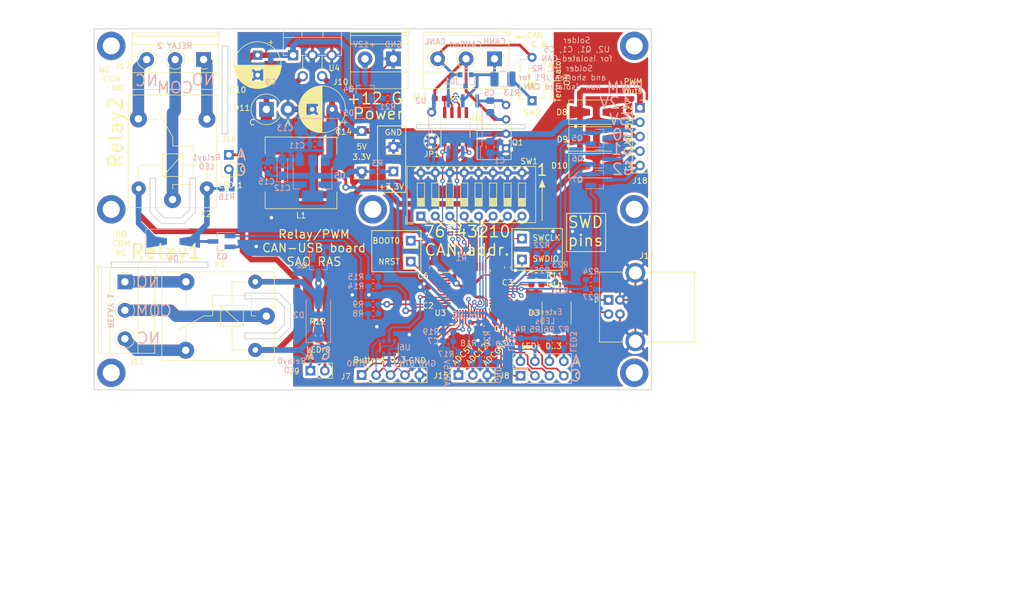
<source format=kicad_pcb>
(kicad_pcb (version 20211014) (generator pcbnew)
  (layers (0 "F.Cu" signal) (31 "B.Cu" signal) (34 "B.Paste" user) (35 "F.Paste" user) (36 "B.SilkS" user "B.Silkscreen") (37 "F.SilkS" user "F.Silkscreen") (38 "B.Mask" user) (39 "F.Mask" user) (44 "Edge.Cuts" user))
  (net 0 "")
  (net 1 "GND")
  (net 2 "+3V3")
  (net 3 "+5V")
  (net 4 "/NRST")
  (net 5 "/BOOT0")
  (net 6 "Net-(D3-Pad2)")
  (net 7 "/LED0")
  (net 8 "/LED1")
  (net 9 "/CAN_Tx")
  (net 10 "/CAN_Rx")
  (net 11 "/CANL")
  (net 12 "/CANH")
  (net 13 "Net-(D2-Pad2)")
  (net 14 "Net-(D4-Pad2)")
  (net 15 "/SWDIO")
  (net 16 "/SWCLK")
  (net 17 "Net-(R2-Pad1)")
  (net 18 "Earth")
  (net 19 "Net-(C5-Pad1)")
  (net 20 "/ADC5V")
  (net 21 "/ADC12V")
  (net 22 "/12Vint")
  (net 23 "Net-(D3-Pad7)")
  (net 24 "Net-(D3-Pad6)")
  (net 25 "Net-(D3-Pad3)")
  (net 26 "Net-(D3-Pad1)")
  (net 27 "Net-(D5-Pad2)")
  (net 28 "/G1")
  (net 29 "/G2")
  (net 30 "/G3")
  (net 31 "Net-(D11-Pad1)")
  (net 32 "Net-(J1-Pad1)")
  (net 33 "/BTN1")
  (net 34 "/BTN2")
  (net 35 "/BTN3")
  (net 36 "/BTN4")
  (net 37 "Net-(J8-Pad2)")
  (net 38 "Net-(J8-Pad4)")
  (net 39 "/LED2")
  (net 40 "Net-(J8-Pad6)")
  (net 41 "/LED3")
  (net 42 "Net-(J8-Pad8)")
  (net 43 "Net-(J9-Pad2)")
  (net 44 "Net-(J11-Pad1)")
  (net 45 "Net-(J11-Pad2)")
  (net 46 "Net-(J11-Pad3)")
  (net 47 "Net-(J15-Pad1)")
  (net 48 "Net-(J15-Pad2)")
  (net 49 "Net-(J16-Pad2)")
  (net 50 "Net-(J17-Pad1)")
  (net 51 "Net-(J17-Pad2)")
  (net 52 "Net-(J17-Pad3)")
  (net 53 "Net-(Q2-Pad1)")
  (net 54 "Net-(Q3-Pad1)")
  (net 55 "Net-(Q5-Pad1)")
  (net 56 "Net-(Q6-Pad1)")
  (net 57 "Net-(Q7-Pad1)")
  (net 58 "/Relay1")
  (net 59 "Net-(R10-Pad2)")
  (net 60 "Net-(R11-Pad2)")
  (net 61 "Net-(R13-Pad1)")
  (net 62 "/Relay2")
  (net 63 "/PWM1")
  (net 64 "/PWM2")
  (net 65 "/PWM3")
  (net 66 "/Addr0")
  (net 67 "/Addr1")
  (net 68 "/Addr2")
  (net 69 "/Addr3")
  (net 70 "/Addr4")
  (net 71 "/Addr5")
  (net 72 "/Addr6")
  (net 73 "/Addr7")
  (net 74 "Net-(J10-Pad2)")
  (footprint "Capacitor_SMD:C_0603_1608Metric_Pad1.05x0.95mm_HandSolder" (layer "F.Cu") (at 78.232 89.775 -90)
    (fp_text reference "C2")
    (fp_text value "0.1")
  )
  (footprint "Capacitor_SMD:C_0603_1608Metric_Pad1.05x0.95mm_HandSolder" (layer "F.Cu") (at 78.994 85.457 -90)
    (fp_text reference "C6")
    (fp_text value "0.1")
  )
  (footprint "my_footprints:Hole_3mm" (layer "F.Cu") (at 22.5 104)
    (fp_text reference "P1" hide)
    (fp_text value "Hole" hide)
  )
  (footprint "my_footprints:Hole_3mm" (layer "F.Cu") (at 114.5 104)
    (fp_text reference "P2" hide)
    (fp_text value "Hole" hide)
  )
  (footprint "my_footprints:Hole_3mm" (layer "F.Cu") (at 22.5 46.5)
    (fp_text reference "P4" hide)
    (fp_text value "Hole" hide)
  )
  (footprint "Resistor_SMD:R_0603_1608Metric_Pad1.05x0.95mm_HandSolder" (layer "F.Cu") (at 80.278 55.753 180)
    (fp_text reference "R2")
    (fp_text value "4k7")
  )
  (footprint "Package_QFP:LQFP-48_7x7mm_P0.5mm" (layer "F.Cu") (at 85.602 89.5065)
    (fp_text reference "U3")
    (fp_text value "STM32F072C8Tx")
  )
  (footprint "Resistor_THT:R_Axial_DIN0207_L6.3mm_D2.5mm_P5.08mm_Vertical" (layer "F.Cu") (at 78.867 63.246 90)
    (fp_text reference "JP1")
    (fp_text value "NON-ISOL")
  )
  (footprint "Diode_SMD:D_SMA-SMB_Universal_Handsoldering" (layer "F.Cu") (at 107.823 58.166)
    (fp_text reference "D8")
    (fp_text value "SS14")
  )
  (footprint "Diode_SMD:D_SMA-SMB_Universal_Handsoldering" (layer "F.Cu") (at 107.844 62.865)
    (fp_text reference "D9")
    (fp_text value "SS14")
  )
  (footprint "Diode_SMD:D_SMA-SMB_Universal_Handsoldering" (layer "F.Cu") (at 107.844 67.564)
    (fp_text reference "D10")
    (fp_text value "SS14")
  )
  (footprint "Connector_PinHeader_2.54mm:PinHeader_1x01_P2.54mm_Vertical" (layer "F.Cu") (at 75.184 84.455)
    (fp_text reference "J2" hide)
    (fp_text value "NRST")
  )
  (footprint "Connector_PinHeader_2.54mm:PinHeader_1x01_P2.54mm_Vertical" (layer "F.Cu") (at 94.742 84.074)
    (fp_text reference "J4" hide)
    (fp_text value "SWDIO")
  )
  (footprint "Connector_PinHeader_2.54mm:PinHeader_1x01_P2.54mm_Vertical" (layer "F.Cu") (at 94.742 80.391)
    (fp_text reference "J5" hide)
    (fp_text value "SWCLK")
  )
  (footprint "Connector_PinHeader_2.54mm:PinHeader_1x01_P2.54mm_Vertical" (layer "F.Cu") (at 72.136 64.262)
    (fp_text reference "J6" hide)
    (fp_text value "GND")
  )
  (footprint "Connector_PinHeader_2.54mm:PinHeader_1x05_P2.54mm_Vertical" (layer "F.Cu") (at 66.548 104.394 90)
    (fp_text reference "J7")
    (fp_text value "01x05")
  )
  (footprint "Connector_PinHeader_2.54mm:PinHeader_2x04_P2.54mm_Vertical" (layer "F.Cu") (at 94.488 104.521 90)
    (fp_text reference "J8")
    (fp_text value "Connector_Generic:Conn_02x04_Odd_Even")
  )
  (footprint "Connector_PinSocket_2.54mm:PinSocket_1x02_P2.54mm_Vertical" (layer "F.Cu") (at 57.531 103.632 90)
    (fp_text reference "J9")
    (fp_text value "Conn_01x02_Female")
  )
  (footprint "TerminalBlock_Phoenix:TerminalBlock_Phoenix_MKDS-1,5-3_1x03_P5.00mm_Horizontal" (layer "F.Cu") (at 24.892 88.011 -90)
    (fp_text reference "J11")
    (fp_text value "Screw_Terminal_01x03")
  )
  (footprint "TerminalBlock_Phoenix:TerminalBlock_Phoenix_MKDS-1,5-3_1x03_P5.00mm_Horizontal" (layer "F.Cu") (at 89.916 48.768 180)
    (fp_text reference "J12")
    (fp_text value "Screw_Terminal_01x03")
  )
  (footprint "Connector_PinSocket_2.54mm:PinSocket_1x03_P2.54mm_Vertical" (layer "F.Cu") (at 83.566 104.394 90)
    (fp_text reference "J15")
    (fp_text value "01x03")
  )
  (footprint "Connector_PinSocket_2.54mm:PinSocket_1x02_P2.54mm_Vertical" (layer "F.Cu") (at 43.18 65.659)
    (fp_text reference "J16")
    (fp_text value "Conn_01x02_Female")
  )
  (footprint "TerminalBlock_Phoenix:TerminalBlock_Phoenix_MKDS-1,5-3_1x03_P5.00mm_Horizontal" (layer "F.Cu") (at 38.735 48.895 180)
    (fp_text reference "J17")
    (fp_text value "Screw_Terminal_01x03")
  )
  (footprint "Inductor_SMD:L_12x12mm_H4.5mm" (layer "F.Cu") (at 55.88 68.834 180)
    (fp_text reference "L1")
    (fp_text value "100u")
  )
  (footprint "Resistor_SMD:R_0603_1608Metric_Pad1.05x0.95mm_HandSolder" (layer "F.Cu") (at 97.296 88.519 180)
    (fp_text reference "R10")
    (fp_text value "22")
  )
  (footprint "Resistor_SMD:R_0603_1608Metric_Pad1.05x0.95mm_HandSolder" (layer "F.Cu") (at 97.282 86.868 180)
    (fp_text reference "R11")
    (fp_text value "22")
  )
  (footprint "Resistor_SMD:R_0603_1608Metric_Pad1.05x0.95mm_HandSolder" (layer "F.Cu") (at 58.928 97.423 -90)
    (fp_text reference "R12")
    (fp_text value "2k2")
  )
  (footprint "Button_Switch_THT:SW_DIP_SPSTx08_Slide_9.78x22.5mm_W7.62mm_P2.54mm" (layer "F.Cu") (at 76.962 76.454 90)
    (fp_text reference "SW1")
    (fp_text value "SW_DIP_x08")
  )
  (footprint "Package_SO:SOIC-8_3.9x4.9mm_P1.27mm" (layer "F.Cu") (at 83.058 60.706 90)
    (fp_text reference "U1")
    (fp_text value "MCP2551-I/SN")
  )
  (footprint "TO_SOT_Packages_THT:TO-220-5_P3.4x3.7mm_StaggerEven_Lead3.8mm_Vertical" (layer "F.Cu") (at 54.483 48.133)
    (fp_text reference "U4")
    (fp_text value "LM2576")
  )
  (footprint "Relay_THT:Relay_SPDT_SANYOU_SRD_Series_Form_C" (layer "F.Cu") (at 49.784 94.0435 180)
    (fp_text reference "K1")
    (fp_text value "G5LE-1")
  )
  (footprint "Button_Switch_THT:SW_DIP_SPSTx01_Slide_6.7x4.1mm_W7.62mm_P2.54mm_LowProfile" (layer "F.Cu") (at 96.52 56.134 90)
    (fp_text reference "SW2")
    (fp_text value "SW_DIP_x01")
  )
  (footprint "my_footprints:B0x0xS" (layer "F.Cu") (at 91.948 60.706 90)
    (fp_text reference "Q1")
    (fp_text value "B0505S")
  )
  (footprint "Capacitor_THT:CP_Radial_D8.0mm_P3.50mm" (layer "F.Cu") (at 61.341 57.658 180)
    (fp_text reference "C14")
    (fp_text value "100u 16V")
  )
  (footprint "Capacitor_THT:CP_Radial_D8.0mm_P3.50mm" (layer "F.Cu") (at 48.26 48.133 -90)
    (fp_text reference "C10")
    (fp_text value "100u 16V")
  )
  (footprint "TerminalBlock_Phoenix:TerminalBlock_Phoenix_MKDS-1,5-2_1x02_P5.00mm_Horizontal" (layer "F.Cu") (at 72.136 48.768 180)
    (fp_text reference "J10")
    (fp_text value "Screw_Terminal_01x02")
  )
  (footprint "Diode_THT:D_DO-201_P3.81mm_Vertical_AnodeUp" (layer "F.Cu") (at 49.784 57.658)
    (fp_text reference "D11")
    (fp_text value "1N5822")
  )
  (footprint "Connector_PinSocket_2.54mm:PinSocket_1x01_P2.54mm_Vertical" (layer "F.Cu") (at 66.548 61.468)
    (fp_text reference "TP1" hide)
    (fp_text value "5V")
  )
  (footprint "Capacitor_SMD:C_0603_1608Metric_Pad1.05x0.95mm_HandSolder" (layer "F.Cu") (at 92.202 85.485 90)
    (fp_text reference "C3")
    (fp_text value "0.1")
  )
  (footprint "Connector_PinHeader_2.54mm:PinHeader_1x01_P2.54mm_Vertical" (layer "F.Cu") (at 75.184 80.772)
    (fp_text reference "J3" hide)
    (fp_text value "BOOT0")
  )
  (footprint "Connector_PinSocket_2.54mm:PinSocket_1x01_P2.54mm_Vertical" (layer "F.Cu") (at 66.548 68.58)
    (fp_text reference "TP2" hide)
    (fp_text value "3.3V")
  )
  (footprint "Connector_PinHeader_2.54mm:PinHeader_1x01_P2.54mm_Vertical" (layer "F.Cu") (at 72.136 68.58)
    (fp_text reference "J1" hide)
    (fp_text value "+3.3V")
  )
  (footprint "Relay_THT:Relay_SPDT_SANYOU_SRD_Series_Form_C" (layer "F.Cu") (at 33.274 73.533 90)
    (fp_text reference "K2")
    (fp_text value "G5LE-1")
  )
  (footprint "Package_SO:SOIC-8_3.9x4.9mm_P1.27mm" (layer "F.Cu") (at 100.838 93.472 90)
    (fp_text reference "D3")
    (fp_text value "USB6B1")
  )
  (footprint "Connector_PinSocket_2.54mm:PinSocket_1x05_P2.54mm_Vertical" (layer "F.Cu") (at 115.5 57.38)
    (fp_text reference "J18")
    (fp_text value "01x05")
  )
  (footprint "Connectors_USB:USB_B_OST_USB-B1HSxx_Horizontal" (layer "F.Cu") (at 109.982 91.186)
    (fp_text reference "J13")
    (fp_text value "USB_B")
  )
  (footprint "my_footprints:Hole_3mm" (layer "F.Cu") (at 22.5 75.25)
    (fp_text reference "P6" hide)
    (fp_text value "Hole" hide)
  )
  (footprint "my_footprints:Hole_3mm" (layer "F.Cu") (at 68.5 75.25)
    (fp_text reference "P7" hide)
    (fp_text value "Hole" hide)
  )
  (footprint "my_footprints:Hole_3mm" (layer "F.Cu") (at 114.5 75.25)
    (fp_text reference "P5" hide)
    (fp_text value "Hole" hide)
  )
  (footprint "my_footprints:Hole_3mm" (layer "F.Cu") (at 114.5 46.5)
    (fp_text reference "P3" hide)
    (fp_text value "Hole" hide)
  )
  (footprint "Capacitor_SMD:C_0603_1608Metric_Pad1.05x0.95mm_HandSolder" (layer "F.Cu") (at 88.025 96.266)
    (fp_text reference "C4")
    (fp_text value "0.1")
  )
  (footprint "TO_SOT_Packages_SMD:SOT-23" (layer "B.Cu") (at 84.836 52.578 -90)
    (fp_text reference "D1")
    (fp_text value "PESD1CAN")
  )
  (footprint "Resistor_SMD:R_0603_1608Metric_Pad1.05x0.95mm_HandSolder" (layer "B.Cu") (at 69.342 68.58 180)
    (fp_text reference "R3")
    (fp_text value "22")
  )
  (footprint "Resistor_SMD:R_0603_1608Metric_Pad1.05x0.95mm_HandSolder" (layer "B.Cu") (at 94.488 98.792 -90)
    (fp_text reference "R4")
    (fp_text value "680")
  )
  (footprint "Resistor_SMD:R_0603_1608Metric_Pad1.05x0.95mm_HandSolder" (layer "B.Cu") (at 97.028 98.792 -90)
    (fp_text reference "R5")
    (fp_text value "680")
  )
  (footprint "Resistor_SMD:R_0603_1608Metric_Pad1.05x0.95mm_HandSolder" (layer "B.Cu") (at 99.568 98.792 -90)
    (fp_text reference "R6")
    (fp_text value "680")
  )
  (footprint "Resistor_SMD:R_0603_1608Metric_Pad1.05x0.95mm_HandSolder" (layer "B.Cu") (at 102.108 98.82 -90)
    (fp_text reference "R7")
    (fp_text value "680")
  )
  (footprint "Resistor_SMD:R_0603_1608Metric_Pad1.05x0.95mm_HandSolder" (layer "B.Cu") (at 68.594 93.599)
    (fp_text reference "R8")
    (fp_text value "10k")
  )
  (footprint "Capacitor_SMD:C_0603_1608Metric_Pad1.05x0.95mm_HandSolder" (layer "B.Cu") (at 81.774 98.425 180)
    (fp_text reference "C7")
    (fp_text value "0.1")
  )
  (footprint "Capacitor_SMD:C_0805_2012Metric_Pad1.15x1.40mm_HandSolder" (layer "B.Cu") (at 89.154 64.271 -90)
    (fp_text reference "C1")
    (fp_text value "1")
  )
  (footprint "Capacitor_SMD:C_0603_1608Metric_Pad1.05x0.95mm_HandSolder" (layer "B.Cu") (at 90.424 101.205 -90)
    (fp_text reference "C8")
    (fp_text value "0.1")
  )
  (footprint "Capacitor_SMD:C_0603_1608Metric_Pad1.05x0.95mm_HandSolder" (layer "B.Cu") (at 50.546 49.911 -90)
    (fp_text reference "C9")
    (fp_text value "0.1")
  )
  (footprint "Capacitor_SMD:C_0603_1608Metric_Pad1.05x0.95mm_HandSolder" (layer "B.Cu") (at 58.307 63.754 180)
    (fp_text reference "C11")
    (fp_text value "0.1")
  )
  (footprint "Capacitor_SMD:C_0603_1608Metric_Pad1.05x0.95mm_HandSolder" (layer "B.Cu") (at 50.038 67.931 90)
    (fp_text reference "C15")
    (fp_text value "0.1")
  )
  (footprint "Diode_SMD:D_SMA-SMB_Universal_Handsoldering" (layer "B.Cu") (at 33.401 80.899)
    (fp_text reference "D4")
    (fp_text value "SS14")
  )
  (footprint "Diode_SMD:D_0805_2012Metric_Pad1.15x1.40mm_HandSolder" (layer "B.Cu") (at 67.183 58.293)
    (fp_text reference "D5")
    (fp_text value "MM3Z7V5")
  )
  (footprint "Diode_SMD:D_SOD-523" (layer "B.Cu") (at 83.501 94.996 180)
    (fp_text reference "D6")
    (fp_text value "CESD3v3")
  )
  (footprint "TO_SOT_Packages_SMD:SOT-23_Handsoldering" (layer "B.Cu") (at 58.928 85.114 -90)
    (fp_text reference "Q2")
    (fp_text value "SI2300")
  )
  (footprint "TO_SOT_Packages_SMD:SOT-23_Handsoldering" (layer "B.Cu") (at 41.886 80.899 180)
    (fp_text reference "Q3")
    (fp_text value "SI2300")
  )
  (footprint "TO_SOT_Packages_SMD:SOT-23_Handsoldering" (layer "B.Cu") (at 108.331 62.738)
    (fp_text reference "Q5")
    (fp_text value "SI2300")
  )
  (footprint "TO_SOT_Packages_SMD:SOT-23_Handsoldering" (layer "B.Cu") (at 108.331 66.38925)
    (fp_text reference "Q6")
    (fp_text value "SI2300")
  )
  (footprint "TO_SOT_Packages_SMD:SOT-23_Handsoldering" (layer "B.Cu") (at 108.331 70.0405)
    (fp_text reference "Q7")
    (fp_text value "SI2300")
  )
  (footprint "Resistor_SMD:R_0603_1608Metric_Pad1.05x0.95mm_HandSolder" (layer "B.Cu") (at 84.074 82.296 180)
    (fp_text reference "R1")
    (fp_text value "10k")
  )
  (footprint "Resistor_SMD:R_0603_1608Metric_Pad1.05x0.95mm_HandSolder" (layer "B.Cu") (at 68.594 91.948)
    (fp_text reference "R9")
    (fp_text value "330")
  )
  (footprint "Resistor_SMD:R_1210_3225Metric_Pad1.42x2.65mm_HandSolder" (layer "B.Cu") (at 91.4035 52.324 180)
    (fp_text reference "R13")
    (fp_text value "120")
  )
  (footprint "Resistor_SMD:R_0603_1608Metric_Pad1.05x0.95mm_HandSolder" (layer "B.Cu") (at 68.594 88.773)
    (fp_text reference "R14")
    (fp_text value "10k")
  )
  (footprint "Resistor_SMD:R_0603_1608Metric_Pad1.05x0.95mm_HandSolder" (layer "B.Cu") (at 68.594 87.122)
    (fp_text reference "R15")
    (fp_text value "330")
  )
  (footprint "Resistor_SMD:R_0603_1608Metric_Pad1.05x0.95mm_HandSolder" (layer "B.Cu") (at 83.566 101.205 90)
    (fp_text reference "R17")
    (fp_text value "10k")
  )
  (footprint "Resistor_SMD:R_0603_1608Metric_Pad1.05x0.95mm_HandSolder" (layer "B.Cu") (at 86.106 101.205 90)
    (fp_text reference "R18")
    (fp_text value "47k")
  )
  (footprint "Resistor_SMD:R_0603_1608Metric_Pad1.05x0.95mm_HandSolder" (layer "B.Cu") (at 81.802 96.774)
    (fp_text reference "R19")
    (fp_text value "15k")
  )
  (footprint "Resistor_SMD:R_0603_1608Metric_Pad1.05x0.95mm_HandSolder" (layer "B.Cu") (at 88.646 101.219 90)
    (fp_text reference "R20")
    (fp_text value "15k")
  )
  (footprint "Resistor_SMD:R_0603_1608Metric_Pad1.05x0.95mm_HandSolder" (layer "B.Cu") (at 98.23 82.9945 180)
    (fp_text reference "R22")
    (fp_text value "330")
  )
  (footprint "Resistor_SMD:R_0603_1608Metric_Pad1.05x0.95mm_HandSolder" (layer "B.Cu") (at 101.473 86.4235 180)
    (fp_text reference "R23")
    (fp_text value "330")
  )
  (footprint "Resistor_SMD:R_0603_1608Metric_Pad1.05x0.95mm_HandSolder" (layer "B.Cu") (at 106.8845 87.63 180)
    (fp_text reference "R24")
    (fp_text value "330")
  )
  (footprint "Resistor_SMD:R_0603_1608Metric_Pad1.05x0.95mm_HandSolder" (layer "B.Cu") (at 98.23 84.614)
    (fp_text reference "R25")
    (fp_text value "10k")
  )
  (footprint "Resistor_SMD:R_0603_1608Metric_Pad1.05x0.95mm_HandSolder" (layer "B.Cu") (at 101.473 88.138)
    (fp_text reference "R26")
    (fp_text value "10k")
  )
  (footprint "Resistor_SMD:R_0603_1608Metric_Pad1.05x0.95mm_HandSolder" (layer "B.Cu") (at 106.8845 89.281)
    (fp_text reference "R27")
    (fp_text value "10k")
  )
  (footprint "Package_SO:SOP-8_6.62x9.15mm_P2.54mm" (layer "B.Cu") (at 83.058 60.706 90)
    (fp_text reference "U2")
    (fp_text value "ISO1050DUB")
  )
  (footprint "TO_SOT_Packages_SMD:SOT-223-3_TabPin2" (layer "B.Cu") (at 57.912 69.748 -90)
    (fp_text reference "U5")
    (fp_text value "LM1117-3.3")
  )
  (footprint "Capacitor_SMD:C_0805_2012Metric_Pad1.15x1.40mm_HandSolder" (layer "B.Cu") (at 89.154 57.141 -90)
    (fp_text reference "C5")
    (fp_text value "1")
  )
  (footprint "Resistor_SMD:R_0603_1608Metric_Pad1.05x0.95mm_HandSolder" (layer "B.Cu") (at 71.134 55.753)
    (fp_text reference "R21")
    (fp_text value "10k")
  )
  (footprint "TO_SOT_Packages_SMD:SOT-23_Handsoldering" (layer "B.Cu") (at 67.183 54.205 90)
    (fp_text reference "Q4")
    (fp_text value "AO3407")
  )
  (footprint "Capacitor_Tantalum_SMD:CP_EIA-6032-28_Kemet-C_Pad2.25x2.35mm_HandSolder" (layer "B.Cu") (at 58.42 60.96 180)
    (fp_text reference "C13")
    (fp_text value "47u 10V")
  )
  (footprint "Package_SO:TSOP-6_1.65x3.05mm_P0.95mm" (layer "B.Cu") (at 71.374 99.551 90)
    (fp_text reference "U6")
    (fp_text value "IP4220CZ6")
  )
  (footprint "Diode_SMD:D_SMA-SMB_Universal_Handsoldering" (layer "B.Cu") (at 58.928 93.832 90)
    (fp_text reference "D2")
    (fp_text value "SS14")
  )
  (footprint "Resistor_SMD:R_0603_1608Metric_Pad1.05x0.95mm_HandSolder" (layer "B.Cu") (at 42.813 71.628)
    (fp_text reference "R16")
    (fp_text value "2k2")
  )
  (footprint "Diode_SMD:D_SOD-523" (layer "B.Cu") (at 86.298 94.996)
    (fp_text reference "D7")
    (fp_text value "CESD3v3")
  )
  (footprint "Capacitor_Tantalum_SMD:CP_EIA-3216-18_Kemet-A_Pad1.58x1.35mm_HandSolder" (layer "B.Cu") (at 52.578 67.9045 90)
    (fp_text reference "C12")
    (fp_text value "47u 6V")
  )
  (gr_line (start 94.234 45.212) (end 93.472 44.958) (layer "F.SilkS") (width 0.15))
  (gr_line (start 98.298 70.104) (end 98.298 77.216) (layer "F.SilkS") (width 0.15))
  (gr_poly (pts (xy 98.806 71.374) (xy 97.79 71.374) (xy 98.298 70.104)) (layer "F.SilkS") (width 0.1) (fill solid))
  (gr_line (start 69.342 72.263) (end 69.342 60.579) (layer "F.SilkS") (width 0.15))
  (gr_line (start 101.854 78.613) (end 92.964 78.613) (layer "F.SilkS") (width 0.15))
  (gr_line (start 68.326 78.994) (end 76.962 78.994) (layer "F.SilkS") (width 0.15))
  (gr_line (start 102.616 82.677) (end 102.616 75.946) (layer "F.SilkS") (width 0.15))
  (gr_line (start 109.474 82.677) (end 102.616 82.677) (layer "F.SilkS") (width 0.15))
  (gr_line (start 76.962 78.994) (end 76.962 86.233) (layer "F.SilkS") (width 0.15))
  (gr_line (start 101.854 85.979) (end 101.854 78.613) (layer "F.SilkS") (width 0.15))
  (gr_line (start 76.962 86.233) (end 68.326 86.233) (layer "F.SilkS") (width 0.15))
  (gr_line (start 93.472 44.958) (end 94.234 44.704) (layer "F.SilkS") (width 0.15))
  (gr_line (start 74.295 72.263) (end 69.342 72.263) (layer "F.SilkS") (width 0.15))
  (gr_line (start 68.326 86.233) (end 68.326 78.994) (layer "F.SilkS") (width 0.15))
  (gr_line (start 92.964 78.613) (end 92.964 85.979) (layer "F.SilkS") (width 0.15))
  (gr_line (start 99.822 49.022) (end 99.822 56.134) (layer "F.SilkS") (width 0.15))
  (gr_line (start 92.964 85.979) (end 101.854 85.979) (layer "F.SilkS") (width 0.15))
  (gr_line (start 102.616 75.946) (end 109.474 75.946) (layer "F.SilkS") (width 0.15))
  (gr_line (start 109.474 75.946) (end 109.474 82.677) (layer "F.SilkS") (width 0.15))
  (gr_line (start 69.342 60.579) (end 74.295 60.579) (layer "F.SilkS") (width 0.15))
  (gr_line (start 74.295 60.579) (end 74.295 72.263) (layer "F.SilkS") (width 0.15))
  (gr_line (start 93.472 44.958) (end 95.504 44.958) (layer "F.SilkS") (width 0.15))
  (gr_poly (pts (xy 100.33 50.292) (xy 99.314 50.292) (xy 99.822 49.022)) (layer "F.SilkS") (width 0.1) (fill solid))
  (gr_line (start 76.2 61.1) (end 76.2 60.35) (layer "Edge.Cuts") (width 0.15))
  (gr_line (start 43 46.5) (end 42 46.5) (layer "Edge.Cuts") (width 0.15))
  (gr_line (start 22.5 84.5) (end 22.5 85.5) (layer "Edge.Cuts") (width 0.15))
  (gr_line (start 52 98) (end 50.5 98) (layer "Edge.Cuts") (width 0.15))
  (gr_line (start 51.5 91) (end 50 91) (layer "Edge.Cuts") (width 0.15))
  (gr_line (start 31.3175 77.749) (end 29.3175 75.749) (layer "Edge.Cuts") (width 0.15))
  (gr_line (start 30.3175 69.749) (end 30.3175 73.749) (layer "Edge.Cuts") (width 0.15))
  (gr_line (start 29.3175 75.749) (end 29.3175 74.249) (layer "Edge.Cuts") (width 0.15))
  (gr_line (start 30.3175 73.749) (end 30.3175 75.249) (layer "Edge.Cuts") (width 0.15))
  (gr_line (start 37.3175 74.249) (end 37.3175 75.749) (layer "Edge.Cuts") (width 0.15))
  (gr_line (start 34.8175 76.749) (end 36.3175 75.249) (layer "Edge.Cuts") (width 0.15))
  (gr_line (start 29.3175 69.749) (end 30.3175 69.749) (layer "Edge.Cuts") (width 0.15))
  (gr_line (start 37.3175 69.749) (end 37.3175 74.249) (layer "Edge.Cuts") (width 0.15))
  (gr_line (start 36.3175 69.749) (end 36.3175 73.749) (layer "Edge.Cuts") (width 0.15))
  (gr_line (start 37.3175 75.749) (end 35.3175 77.749) (layer "Edge.Cuts") (width 0.15))
  (gr_line (start 37.3175 69.749) (end 36.3175 69.749) (layer "Edge.Cuts") (width 0.15))
  (gr_line (start 31.8175 76.749) (end 34.8175 76.749) (layer "Edge.Cuts") (width 0.15))
  (gr_line (start 35.3175 77.749) (end 31.3175 77.749) (layer "Edge.Cuts") (width 0.15))
  (gr_line (start 36.3175 75.249) (end 36.3175 73.749) (layer "Edge.Cuts") (width 0.15))
  (gr_line (start 30.3175 75.249) (end 31.8175 76.749) (layer "Edge.Cuts") (width 0.15))
  (gr_line (start 29.3175 69.749) (end 29.3175 74.249) (layer "Edge.Cuts") (width 0.15))
  (gr_line (start 117.5 43.5) (end 19.5 43.5) (layer "Edge.Cuts") (width 0.15))
  (gr_line (start 19.5 43.5) (end 19.5 107) (layer "Edge.Cuts") (width 0.15))
  (gr_line (start 53 92.5) (end 51.5 91) (layer "Edge.Cuts") (width 0.15))
  (gr_line (start 46 98) (end 50.5 98) (layer "Edge.Cuts") (width 0.15))
  (gr_line (start 117.5 107) (end 117.5 43.5) (layer "Edge.Cuts") (width 0.15))
  (gr_line (start 43 62) (end 43 46.5) (layer "Edge.Cuts") (width 0.15))
  (gr_line (start 46 97) (end 50 97) (layer "Edge.Cuts") (width 0.15))
  (gr_line (start 50.5 90) (end 52 90) (layer "Edge.Cuts") (width 0.15))
  (gr_line (start 95.3 60.35) (end 95.3 61.1) (layer "Edge.Cuts") (width 0.15))
  (gr_line (start 42 46.5) (end 42 62) (layer "Edge.Cuts") (width 0.15))
  (gr_line (start 46 90) (end 46 91) (layer "Edge.Cuts") (width 0.15))
  (gr_line (start 39.5 84.5) (end 22.5 84.5) (layer "Edge.Cuts") (width 0.15))
  (gr_line (start 95.3 61.1) (end 76.2 61.1) (layer "Edge.Cuts") (width 0.15))
  (gr_line (start 42 62) (end 43 62) (layer "Edge.Cuts") (width 0.15))
  (gr_line (start 22.5 85.5) (end 39.5 85.5) (layer "Edge.Cuts") (width 0.15))
  (gr_line (start 46 91) (end 50 91) (layer "Edge.Cuts") (width 0.15))
  (gr_line (start 52 90) (end 54 92) (layer "Edge.Cuts") (width 0.15))
  (gr_line (start 50 97) (end 51.5 97) (layer "Edge.Cuts") (width 0.15))
  (gr_line (start 46 90) (end 50.5 90) (layer "Edge.Cuts") (width 0.15))
  (gr_line (start 39.5 85.5) (end 39.5 84.5) (layer "Edge.Cuts") (width 0.15))
  (gr_line (start 51.5 97) (end 53 95.5) (layer "Edge.Cuts") (width 0.15))
  (gr_line (start 76.2 60.35) (end 95.3 60.35) (layer "Edge.Cuts") (width 0.15))
  (gr_line (start 46 98) (end 46 97) (layer "Edge.Cuts") (width 0.15))
  (gr_line (start 53 95.5) (end 53 92.5) (layer "Edge.Cuts") (width 0.15))
  (gr_line (start 54 92) (end 54 96) (layer "Edge.Cuts") (width 0.15))
  (gr_line (start 19.5 107) (end 117.5 107) (layer "Edge.Cuts") (width 0.15))
  (gr_line (start 54 96) (end 52 98) (layer "Edge.Cuts") (width 0.15))
  (gr_text "COM" (at 29.972 93.091) (layer "B.SilkS") (effects (font (size 2 2) (thickness 0.25)) (justify mirror)))
  (gr_text "NC" (at 29.083 97.917) (layer "B.SilkS") (effects (font (size 2 2) (thickness 0.25)) (justify mirror)))
  (gr_text "NO" (at 28.956 88.011) (layer "B.SilkS") (effects (font (size 2 2) (thickness 0.25)) (justify mirror)))
  (gr_text "G0" (at 112.522 62.103) (layer "B.SilkS") (effects (font (size 2 2) (thickness 0.25)) (justify mirror)))
  (gr_text "G1" (at 112.395 64.643) (layer "B.SilkS") (effects (font (size 2 2) (thickness 0.25)) (justify mirror)))
  (gr_text "G2" (at 112.522 68.199) (layer "B.SilkS") (effects (font (size 2 2) (thickness 0.25)) (justify mirror)))
  (gr_text "RELAY 1" (at 22.352 93.091 270) (layer "B.SilkS") (effects (font (size 1 1)) (justify mirror)))
  (gr_text "Solder U1, R2\nand shorten JP1 for\nnon-isolated CAN" (at 101.854 52.07) (layer "B.SilkS") (effects (font (size 1 1)) (justify mirror)))
  (gr_text "C" (at 104.267 104.521) (layer "B.SilkS") (effects (font (size 2 2) (thickness 0.25)) (justify mirror)))
  (gr_text "LED3" (at 103.759 98.552 -90) (layer "B.SilkS") (effects (font (size 1 1)) (justify mirror)))
  (gr_text "BTN3" (at 74.041 102.362) (layer "B.SilkS") (effects (font (size 1 1)) (justify mirror)))
  (gr_text "GND" (at 78.105 102.362) (layer "B.SilkS") (effects (font (size 1 1)) (justify mirror)))
  (gr_text "A" (at 57.404 100.711) (layer "B.SilkS") (effects (font (size 2 2) (thickness 0.25)) (justify mirror)))
  (gr_text "C" (at 60.198 100.711) (layer "B.SilkS") (effects (font (size 2 2) (thickness 0.25)) (justify mirror)))
  (gr_text "C" (at 45.339 68.326) (layer "B.SilkS") (effects (font (size 2 2) (thickness 0.25)) (justify mirror)))
  (gr_text "A" (at 45.339 65.659) (layer "B.SilkS") (effects (font (size 2 2) (thickness 0.25)) (justify mirror)))
  (gr_text "Relay1\nLED" (at 39.243 66.929) (layer "B.SilkS") (effects (font (size 1 1)) (justify mirror)))
  (gr_text "RELAY 2" (at 33.655 46.482) (layer "B.SilkS") (effects (font (size 1 1)) (justify mirror)))
  (gr_text "PWM" (at 112.903 53.848) (layer "B.SilkS") (effects (font (size 2 2) (thickness 0.25)) (justify mirror)))
  (gr_text "+12V" (at 67.056 46.228) (layer "B.SilkS") (effects (font (size 1 1)) (justify mirror)))
  (gr_text "CANH" (at 89.916 45.72) (layer "B.SilkS") (effects (font (size 1 1)) (justify mirror)))
  (gr_text "GND" (at 90.551 104.394 270) (layer "B.SilkS") (effects (font (size 1 1)) (justify mirror)))
  (gr_text "12V" (at 111.125 56.515) (layer "B.SilkS") (effects (font (size 2 2) (thickness 0.25)) (justify mirror)))
  (gr_text "CANL" (at 79.502 45.72) (layer "B.SilkS") (effects (font (size 1 1)) (justify mirror)))
  (gr_text "CANGnd" (at 84.836 46.228) (layer "B.SilkS") (effects (font (size 1 1)) (justify mirror)))
  (gr_text "COM" (at 33.7185 53.848) (layer "B.SilkS") (effects (font (size 2 2) (thickness 0.25)) (justify mirror)))
  (gr_text "5V" (at 111.887 59.436) (layer "B.SilkS") (effects (font (size 2 2) (thickness 0.25)) (justify mirror)))
  (gr_text "A" (at 104.267 101.981) (layer "B.SilkS") (effects (font (size 2 2) (thickness 0.25)) (justify mirror)))
  (gr_text "NC" (at 28.702 52.578) (layer "B.SilkS") (effects (font (size 2 2) (thickness 0.25)) (justify mirror)))
  (gr_text "NO" (at 38.735 52.451) (layer "B.SilkS") (effects (font (size 2 2) (thickness 0.25)) (justify mirror)))
  (gr_text "ADC5V" (at 81.534 104.013 -90) (layer "B.SilkS") (effects (font (size 1 1)) (justify mirror)))
  (gr_text "LED0" (at 92.837 98.425 -90) (layer "B.SilkS") (effects (font (size 1 1)) (justify mirror)))
  (gr_text "BTN0" (at 65.786 102.362) (layer "B.SilkS") (effects (font (size 1 1)) (justify mirror)))
  (gr_text "Solder\nU2, Q1, C1, C5\nfor Isolated CAN" (at 104.394 47.117) (layer "B.SilkS") (effects (font (size 1 1)) (justify mirror)))
  (gr_text "External\nLEDs" (at 98.806 94.107) (layer "B.SilkS") (effects (font (size 1 1)) (justify mirror)))
  (gr_text "Relay0\nLED" (at 54.229 102.743) (layer "B.SilkS") (effects (font (size 1 1)) (justify mirror)))
  (gr_text "GND" (at 72.136 46.228) (layer "B.SilkS") (effects (font (size 1 1)) (justify mirror)))
  (gr_text "Relay2" (at 23.241 61.722 90) (layer "F.SilkS") (effects (font (size 2.5 2.5) (thickness 0.3))))
  (gr_text "+12 G" (at 68.834 55.753) (layer "F.SilkS") (effects (font (size 2 2) (thickness 0.25))))
  (gr_text "G2" (at 113.538 67.564 90) (layer "F.SilkS") (effects (font (size 1 1))))
  (gr_text "LEDr1" (at 43.5 70.993) (layer "F.SilkS") (effects (font (size 1 1))))
  (gr_text "Power" (at 69.469 58.42) (layer "F.SilkS") (effects (font (size 2 2) (thickness 0.25))))
  (gr_text "NO\nCOM\nNC" (at 24.257 81.28) (layer "F.SilkS") (effects (font (size 1 1))))
  (gr_text "76543210\nCAN addr." (at 85.09 80.772) (layer "F.SilkS") (effects (font (size 2 2) (thickness 0.25))))
  (gr_text "C" (at 45.593 68.199) (layer "F.SilkS") (effects (font (size 1 1))))
  (gr_text "C" (at 104.521 104.521) (layer "F.SilkS") (effects (font (size 1 1))))
  (gr_text "CAN\nL G H" (at 97.028 45.466) (layer "F.SilkS") (effects (font (size 1 1))))
  (gr_text "C" (at 47.284 59.958) (layer "F.SilkS") (effects (font (size 1 1))))
  (gr_text "GND" (at 76.327 101.854) (layer "F.SilkS") (effects (font (size 1 1))))
  (gr_text "Buttons 0..3" (at 69.723 101.727) (layer "F.SilkS") (effects (font (size 1 1))))
  (gr_text "ADC5V" (at 84.328 100.838 45) (layer "F.SilkS") (effects (font (size 1 1))))
  (gr_text "G1" (at 113.538 65.024 90) (layer "F.SilkS") (effects (font (size 1 1))))
  (gr_text "A" (at 104.521 101.981) (layer "F.SilkS") (effects (font (size 1 1))))
  (gr_text "SWD\npins" (at 105.918 79.121) (layer "F.SilkS") (effects (font (size 2 2) (thickness 0.25))))
  (gr_text "1" (at 98.298 68.326) (layer "F.SilkS") (effects (font (size 2 2) (thickness 0.25))))
  (gr_text "ADC12V" (at 87.122 100.457 45) (layer "F.SilkS") (effects (font (size 1 1))))
  (gr_text "A" (at 57.531 101.219) (layer "F.SilkS") (effects (font (size 1 1))))
  (gr_text "12V" (at 113.538 57.404 90) (layer "F.SilkS") (effects (font (size 1 1))))
  (gr_text "G0" (at 113.538 62.611 90) (layer "F.SilkS") (effects (font (size 1 1))))
  (gr_text "LEDr0" (at 58.928 99.949) (layer "F.SilkS") (effects (font (size 1 1))))
  (gr_text "ADCGND" (at 90.17 100.457 45) (layer "F.SilkS") (effects (font (size 1 1))))
  (gr_text "C" (at 60.071 101.219) (layer "F.SilkS") (effects (font (size 1 1))))
  (gr_text "LEDs 0..3" (at 98.171 99.314) (layer "F.SilkS") (effects (font (size 1 1))))
  (gr_text "NC\n COM\n   NO" (at 20.193 52.324) (layer "F.SilkS") (effects (font (size 1 1)) (justify left)))
  (gr_text "A" (at 45.593 65.532) (layer "F.SilkS") (effects (font (size 1 1))))
  (gr_text "Terminator\nON" (at 101.854 52.451 90) (layer "F.SilkS") (effects (font (size 1 1))))
  (gr_text "Relay/PWM\nCAN-USB board\nSAO RAS" (at 58.166 82.042) (layer "F.SilkS") (effects (font (size 1.5 1.5) (thickness 0.2))))
  (gr_text "5V" (at 113.538 60.071 90) (layer "F.SilkS") (effects (font (size 1 1))))
  (gr_text "Relay1" (at 32.131 82.677) (layer "F.SilkS") (effects (font (size 2.5 2.5) (thickness 0.3))))
  (gr_text "PWM\nouts" (at 114.3 53.594) (layer "F.SilkS") (effects (font (size 1 1))))
  (segment (start 72.644 83.439) (end 72.644 86.868) (width 0.2) (layer "F.Cu") (net 1))
  (segment (start 77.978 82.55) (end 73.533 82.55) (width 0.2) (layer "F.Cu") (net 1))
  (segment (start 82.931 83.312) (end 81.788 83.312) (width 0.2) (layer "F.Cu") (net 1))
  (segment (start 80.518 84.582) (end 81.788 83.312) (width 0.2) (layer "F.Cu") (net 1))
  (segment (start 113.665 91.186) (end 111.982 91.186) (width 0.3) (layer "F.Cu") (net 1))
  (segment (start 94.742 66.929) (end 94.742 68.834) (width 0.3) (layer "F.Cu") (net 1))
  (segment (start 48.768 51.633) (end 52.761 51.633) (width 1) (layer "F.Cu") (net 1))
  (segment (start 87.852 93.669) (end 87.852 94.774) (width 0.2) (layer "F.Cu") (net 1))
  (segment (start 81.4395 90.2565) (end 80.2235 90.2565) (width 0.2) (layer "F.Cu") (net 1))
  (segment (start 114.692 90.159) (end 113.665 91.186) (width 0.3) (layer "F.Cu") (net 1))
  (segment (start 67.818 90.297) (end 73.279 90.297) (width 0.3) (layer "F.Cu") (net 1))
  (segment (start 83.352 85.344) (end 83.352 83.733) (width 0.2) (layer "F.Cu") (net 1))
  (segment (start 87.15 95.476) (end 87.15 96.266) (width 0.2) (layer "F.Cu") (net 1))
  (segment (start 82.423 63.181) (end 82.423 68.453) (width 0.2) (layer "F.Cu") (net 1))
  (segment (start 102.743 95.947) (end 107.631 95.947) (width 0.3) (layer "F.Cu") (net 1))
  (segment (start 96.52 65.151) (end 94.742 66.929) (width 0.3) (layer "F.Cu") (net 1))
  (segment (start 72.644 86.868) (end 74.676 88.9) (width 0.2) (layer "F.Cu") (net 1))
  (segment (start 102.743 90.997) (end 104.775 88.965) (width 0.2) (layer "F.Cu") (net 1))
  (segment (start 100.203 81.661) (end 101.219 82.677) (width 0.2) (layer "F.Cu") (net 1))
  (segment (start 67.818 90.297) (end 64.897 90.297) (width 0.5) (layer "F.Cu") (net 1))
  (segment (start 111.982 91.186) (end 111.982 87.598) (width 0.3) (layer "F.Cu") (net 1))
  (segment (start 87.852 94.774) (end 87.15 95.476) (width 0.2) (layer "F.Cu") (net 1))
  (segment (start 78.994 84.582) (end 80.518 84.582) (width 0.2) (layer "F.Cu") (net 1))
  (segment (start 73.533 82.55) (end 72.644 83.439) (width 0.2) (layer "F.Cu") (net 1))
  (segment (start 114.3 91.821) (end 113.665 91.186) (width 0.3) (layer "F.Cu") (net 1))
  (segment (start 104.775 85.979) (end 104.775 84.836) (width 0.2) (layer "F.Cu") (net 1))
  (segment (start 76.454 88.9) (end 76.835 88.9) (width 0.2) (layer "F.Cu") (net 1))
  (segment (start 73.279 90.297) (end 74.676 88.9) (width 0.3) (layer "F.Cu") (net 1))
  (segment (start 108.077 96.393) (end 112.776 96.393) (width 0.3) (layer "F.Cu") (net 1))
  (segment (start 64.897 81.661) (end 64.897 90.297) (width 0.3) (layer "F.Cu") (net 1))
  (segment (start 112.776 96.393) (end 114.3 94.869) (width 0.3) (layer "F.Cu") (net 1))
  (segment (start 114.692 98.456) (end 114.692 95.261) (width 0.3) (layer "F.Cu") (net 1))
  (segment (start 104.775 88.965) (end 104.775 85.979) (width 0.2) (layer "F.Cu") (net 1))
  (segment (start 74.676 88.9) (end 76.454 88.9) (width 0.3) (layer "F.Cu") (net 1))
  (segment (start 92.202 86.36) (end 93.215206 86.36) (width 0.2) (layer "F.Cu") (net 1))
  (segment (start 48.006 81.788) (end 50.673 79.121) (width 0.5) (layer "F.Cu") (net 1))
  (segment (start 100.203 79.121) (end 100.203 81.661) (width 0.2) (layer "F.Cu") (net 1))
  (segment (start 114.692 86.416) (end 114.692 90.159) (width 0.3) (layer "F.Cu") (net 1))
  (segment (start 87.15 96.266) (end 87.15 98.149) (width 0.3) (layer "F.Cu") (net 1))
  (segment (start 76.454 88.9) (end 78.232 88.9) (width 0.3) (layer "F.Cu") (net 1))
  (segment (start 69.342 51.562) (end 72.136 48.768) (width 0.3) (layer "F.Cu") (net 1))
  (segment (start 50.673 76.708) (end 59.944 76.708) (width 0.3) (layer "F.Cu") (net 1))
  (segment (start 59.944 76.708) (end 64.897 81.661) (width 0.3) (layer "F.Cu") (net 1))
  (segment (start 102.616 82.677) (end 101.219 82.677) (width 0.2) (layer "F.Cu") (net 1))
  (segment (start 54.539 49.855) (end 57.841 49.855) (width 0.5) (layer "F.Cu") (net 1))
  (segment (start 111.982 87.598) (end 110.363 85.979) (width 0.3) (layer "F.Cu") (net 1))
  (segment (start 87.15 98.149) (end 86.998 98.301) (width 0.3) (layer "F.Cu") (net 1))
  (segment (start 61.283 49.98) (end 62.865 51.562) (width 0.3) (layer "F.Cu") (net 1))
  (segment (start 91.3055 87.2565) (end 92.202 86.36) (width 0.2) (layer "F.Cu") (net 1))
  (segment (start 57.841 49.855) (end 57.841 48.175) (width 0.5) (layer "F.Cu") (net 1))
  (segment (start 52.761 51.633) (end 54.539 49.855) (width 0.5) (layer "F.Cu") (net 1))
  (segment (start 69.215 95.885) (end 73.533 95.885) (width 0.3) (layer "F.Cu") (net 1))
  (segment (start 78.994 84.582) (end 78.994 83.566) (width 0.2) (layer "F.Cu") (net 1))
  (segment (start 107.631 95.947) (end 108.077 96.393) (width 0.3) (layer "F.Cu") (net 1))
  (segment (start 114.3 94.869) (end 114.3 91.821) (width 0.3) (layer "F.Cu") (net 1))
  (segment (start 62.865 51.562) (end 69.342 51.562) (width 0.3) (layer "F.Cu") (net 1))
  (segment (start 89.7645 87.2565) (end 91.3055 87.2565) (width 0.2) (layer "F.Cu") (net 1))
  (segment (start 100.203 79.121) (end 103.632 79.121) (width 0.2) (layer "F.Cu") (net 1))
  (segment (start 61.283 48.133) (end 61.283 49.98) (width 0.3) (layer "F.Cu") (net 1))
  (segment (start 80.2235 90.2565) (end 78.867 88.9) (width 0.2) (layer "F.Cu") (net 1))
  (segment (start 114.692 95.261) (end 114.3 94.869) (width 0.3) (layer "F.Cu") (net 1))
  (segment (start 104.775 84.836) (end 102.616 82.677) (width 0.2) (layer "F.Cu") (net 1))
  (segment (start 110.363 85.979) (end 104.775 85.979) (width 0.3) (layer "F.Cu") (net 1))
  (segment (start 86.642 95.758) (end 87.15 96.266) (width 0.2) (layer "F.Cu") (net 1))
  (segment (start 78.994 83.566) (end 77.978 82.55) (width 0.2) (layer "F.Cu") (net 1))
  (segment (start 82.423 68.453) (end 82.042 68.834) (width 0.2) (layer "F.Cu") (net 1))
  (segment (start 102.616 65.151) (end 96.52 65.151) (width 0.3) (layer "F.Cu") (net 1))
  (segment (start 50.673 79.121) (end 50.673 76.708) (width 0.5) (layer "F.Cu") (net 1))
  (segment (start 93.215206 86.36) (end 93.597603 85.977603) (width 0.2) (layer "F.Cu") (net 1))
  (segment (start 78.867 88.9) (end 78.232 88.9) (width 0.2) (layer "F.Cu") (net 1))
  (segment (start 57.841 57.658) (end 57.841 49.855) (width 0.5) (layer "F.Cu") (net 1))
  (segment (start 83.352 83.733) (end 82.931 83.312) (width 0.2) (layer "F.Cu") (net 1))
  (segment (start 53.594 57.658) (end 57.841 57.658) (width 1) (layer "F.Cu") (net 1))
  (segment (start 73.533 95.885) (end 74.93 97.282) (width 0.3) (layer "F.Cu") (net 1))
  (via (at 76.835 88.9) (size 1.2) (drill 0.6) (layers "F.Cu" "B.Cu") (net 1))
  (via (at 100.203 79.121) (size 1.2) (drill 0.6) (layers "F.Cu" "B.Cu") (net 1))
  (via (at 102.616 65.151) (size 1.2) (drill 0.6) (layers "F.Cu" "B.Cu") (net 1))
  (via (at 67.818 90.297) (size 1.2) (drill 0.6) (layers "F.Cu" "B.Cu") (net 1))
  (via (at 86.998 98.301) (size 1.2) (drill 0.6) (layers "F.Cu" "B.Cu") (net 1))
  (via (at 64.897 90.297) (size 1.2) (drill 0.6) (layers "F.Cu" "B.Cu") (net 1))
  (via (at 103.632 79.121) (size 1.2) (drill 0.6) (layers "F.Cu" "B.Cu") (net 1))
  (via (at 93.597603 85.977603) (size 1.2) (drill 0.6) (layers "F.Cu" "B.Cu") (net 1))
  (via (at 48.006 81.788) (size 1.2) (drill 0.6) (layers "F.Cu" "B.Cu") (net 1))
  (via (at 69.215 95.885) (size 1.2) (drill 0.6) (layers "F.Cu" "B.Cu") (net 1))
  (via (at 50.673 76.708) (size 1.2) (drill 0.6) (layers "F.Cu" "B.Cu") (net 1))
  (via (at 101.219 82.677) (size 1.2) (drill 0.6) (layers "F.Cu" "B.Cu") (net 1))
  (via (at 81.788 83.312) (size 1.2) (drill 0.6) (layers "F.Cu" "B.Cu") (net 1))
  (via (at 74.93 97.282) (size 1.2) (drill 0.6) (layers "F.Cu" "B.Cu") (net 1))
  (segment (start 91.948 101.6) (end 91.468 102.08) (width 0.3) (layer "B.Cu") (net 1))
  (segment (start 102.348 88.138) (end 103.251 88.138) (width 0.2) (layer "B.Cu") (net 1))
  (segment (start 72.644 64.262) (end 73.66 63.246) (width 0.5) (layer "B.Cu") (net 1))
  (segment (start 86.998 98.301) (end 87.376 98.679) (width 0.3) (layer "B.Cu") (net 1))
  (segment (start 106.831 65.43925) (end 102.90425 65.43925) (width 0.3) (layer "B.Cu") (net 1))
  (segment (start 80.927 98.397) (end 80.899 98.425) (width 0.3) (layer "B.Cu") (net 1))
  (segment (start 91.44 98.679) (end 91.948 99.187) (width 0.3) (layer "B.Cu") (net 1))
  (segment (start 92.329 84.709) (end 92.329 83.312) (width 0.2) (layer "B.Cu") (net 1))
  (segment (start 100.298 84.614) (end 101.219 83.693) (width 0.2) (layer "B.Cu") (net 1))
  (segment (start 86.998 94.996) (end 86.998 98.301) (width 0.3) (layer "B.Cu") (net 1))
  (segment (start 64.897 88.633) (end 59.878 83.614) (width 0.5) (layer "B.Cu") (net 1))
  (segment (start 82.042 68.834) (end 84.582 68.834) (width 0.2) (layer "B.Cu") (net 1))
  (segment (start 79.248 65.231) (end 79.248 63.627) (width 0.5) (layer "B.Cu") (net 1))
  (segment (start 74.93 99.695) (end 71.628 99.695) (width 0.2) (layer "B.Cu") (net 1))
  (segment (start 76.708 104.394) (end 76.708 101.473) (width 0.2) (layer "B.Cu") (net 1))
  (segment (start 50.729 51.633) (end 50.729 50.969) (width 0.3) (layer "B.Cu") (net 1))
  (segment (start 88.66 102.08) (end 88.646 102.094) (width 0.3) (layer "B.Cu") (net 1))
  (segment (start 64.897 90.297) (end 64.897 88.633) (width 0.5) (layer "B.Cu") (net 1))
  (segment (start 84.582 68.834) (end 87.122 68.834) (width 0.2) (layer "B.Cu") (net 1))
  (segment (start 81.407 94.996) (end 80.927 95.476) (width 0.3) (layer "B.Cu") (net 1))
  (segment (start 79.248 68.58) (end 79.502 68.834) (width 0.2) (layer "B.Cu") (net 1))
  (segment (start 86.868 94.02201) (end 83.48101 94.02201) (width 0.2) (layer "B.Cu") (net 1))
  (segment (start 103.251 88.138) (end 104.013 87.376) (width 0.2) (layer "B.Cu") (net 1))
  (segment (start 103.632 70.866) (end 105.4075 69.0905) (width 0.2) (layer "B.Cu") (net 1))
  (segment (start 71.628 99.695) (end 71.374 99.949) (width 0.2) (layer "B.Cu") (net 1))
  (segment (start 91.168 65.296) (end 91.948 64.516) (width 0.5) (layer "B.Cu") (net 1))
  (segment (start 47.752 67.437) (end 48.133 67.056) (width 0.5) (layer "B.Cu") (net 1))
  (segment (start 72.009 61.595) (end 73.66 63.246) (width 0.5) (layer "B.Cu") (net 1))
  (segment (start 69.215 95.885) (end 67.719 94.389) (width 0.3) (layer "B.Cu") (net 1))
  (segment (start 55.612 66.598) (end 55.612 61.218) (width 1) (layer "B.Cu") (net 1))
  (segment (start 64.897 92.456) (end 66.04 93.599) (width 0.3) (layer "B.Cu") (net 1))
  (segment (start 67.719 90.198) (end 67.818 90.297) (width 0.5) (layer "B.Cu") (net 1))
  (segment (start 99.105 84.614) (end 100.298 84.614) (width 0.2) (layer "B.Cu") (net 1))
  (segment (start 83.48101 94.02201) (end 82.801 94.70202) (width 0.2) (layer "B.Cu") (net 1))
  (segment (start 83.199 82.296) (end 82.804 82.296) (width 0.2) (layer "B.Cu") (net 1))
  (segment (start 100.203 79.121) (end 100.203 64.389) (width 0.3) (layer "B.Cu") (net 1))
  (segment (start 79.248 65.231) (end 79.248 68.58) (width 0.2) (layer "B.Cu") (net 1))
  (segment (start 72.009 55.753) (end 72.009 61.595) (width 0.5) (layer "B.Cu") (net 1))
  (segment (start 82.804 82.296) (end 81.788 83.312) (width 0.2) (layer "B.Cu") (net 1))
  (segment (start 80.927 95.476) (end 80.927 96.774) (width 0.3) (layer "B.Cu") (net 1))
  (segment (start 89.154 65.296) (end 91.168 65.296) (width 0.5) (layer "B.Cu") (net 1))
  (segment (start 79.629 91.824) (end 82.801 94.996) (width 0.3) (layer "B.Cu") (net 1))
  (segment (start 102.90425 65.43925) (end 102.616 65.151) (width 0.3) (layer "B.Cu") (net 1))
  (segment (start 50.673 76.708) (end 50.673 74.93) (width 0.5) (layer "B.Cu") (net 1))
  (segment (start 91.948 99.187) (end 91.948 101.6) (width 0.3) (layer "B.Cu") (net 1))
  (segment (start 93.597603 85.977603) (end 92.329 84.709) (width 0.2) (layer "B.Cu") (net 1))
  (segment (start 74.93 97.282) (end 74.93 99.695) (width 0.3) (layer "B.Cu") (net 1))
  (segment (start 57.883 48.133) (end 61.283 48.133) (width 0.5) (layer "B.Cu") (net 1))
  (segment (start 96.52 82.169) (end 99.568 79.121) (width 0.2) (layer "B.Cu") (net 1))
  (segment (start 57.432 62.522) (end 55.87 60.96) (width 0.5) (layer "B.Cu") (net 1))
  (segment (start 92.329 64.135) (end 91.948 64.516) (width 0.3) (layer "B.Cu") (net 1))
  (segment (start 64.897 90.297) (end 64.897 92.456) (width 0.3) (layer "B.Cu") (net 1))
  (segment (start 87.122 68.834) (end 89.662 68.834) (width 0.2) (layer "B.Cu") (net 1))
  (segment (start 79.502 68.834) (end 82.042 68.834) (width 0.2) (layer "B.Cu") (net 1))
  (segment (start 52.578 66.467) (end 50.627 66.467) (width 0.5) (layer "B.Cu") (net 1))
  (segment (start 76.962 68.834) (end 79.502 68.834) (width 0.2) (layer "B.Cu") (net 1))
  (segment (start 107.7595 89.281) (end 111.252 89.281) (width 0.3) (layer "B.Cu") (net 1))
  (segment (start 101.219 83.693) (end 101.219 82.677) (width 0.2) (layer "B.Cu") (net 1))
  (segment (start 50.729 50.969) (end 50.546 50.786) (width 0.3) (layer "B.Cu") (net 1))
  (segment (start 100.203 64.389) (end 99.949 64.135) (width 0.3) (layer "B.Cu") (net 1))
  (segment (start 55.481 66.467) (end 55.612 66.598) (width 0.5) (layer "B.Cu") (net 1))
  (segment (start 92.202 68.834) (end 94.742 68.834) (width 0.2) (layer "B.Cu") (net 1))
  (segment (start 55.612 61.218) (end 55.87 60.96) (width 1) (layer "B.Cu") (net 1))
  (segment (start 67.719 88.773) (end 67.719 90.198) (width 0.5) (layer "B.Cu") (net 1))
  (segment (start 99.568 79.121) (end 100.203 79.121) (width 0.2) (layer "B.Cu") (net 1))
  (segment (start 88.646 104.394) (end 88.646 102.094) (width 0.5) (layer "B.Cu") (net 1))
  (segment (start 89.662 68.834) (end 89.662 65.804) (width 0.2) (layer "B.Cu") (net 1))
  (segment (start 89.662 65.804) (end 89.154 65.296) (width 0.2) (layer "B.Cu") (net 1))
  (segment (start 67.719 94.389) (end 67.719 93.599) (width 0.3) (layer "B.Cu") (net 1))
  (segment (start 47.752 72.009) (end 47.752 67.437) (width 0.5) (layer "B.Cu") (net 1))
  (segment (start 55.87 59.629) (end 57.841 57.658) (width 1) (layer "B.Cu") (net 1))
  (segment (start 78.867 63.246) (end 73.66 63.246) (width 0.5) (layer "B.Cu") (net 1))
  (segment (start 66.04 93.599) (end 67.719 93.599) (width 0.3) (layer "B.Cu") (net 1))
  (segment (start 72.009 55.753) (end 72.009 48.895) (width 0.5) (layer "B.Cu") (net 1))
  (segment (start 82.801 94.70202) (end 82.801 94.996) (width 0.2) (layer "B.Cu") (net 1))
  (segment (start 106.831 61.788) (end 102.423 61.788) (width 0.3) (layer "B.Cu") (net 1))
  (segment (start 72.136 64.262) (end 72.644 64.262) (width 0.5) (layer "B.Cu") (net 1))
  (segment (start 104.013 79.502) (end 103.632 79.121) (width 0.2) (layer "B.Cu") (net 1))
  (segment (start 57.841 49.967) (end 57.841 48.175) (width 1) (layer "B.Cu") (net 1))
  (segment (start 43.386 81.849) (end 47.945 81.849) (width 0.5) (layer "B.Cu") (net 1))
  (segment (start 50.673 74.93) (end 47.752 72.009) (width 0.5) (layer "B.Cu") (net 1))
  (segment (start 103.632 79.121) (end 103.632 70.866) (width 0.2) (layer "B.Cu") (net 1))
  (segment (start 76.708 101.473) (end 74.93 99.695) (width 0.2) (layer "B.Cu") (net 1))
  (segment (start 57.841 57.658) (end 57.841 49.967) (width 1) (layer "B.Cu") (net 1))
  (segment (start 87.376 98.679) (end 91.44 98.679) (width 0.3) (layer "B.Cu") (net 1))
  (segment (start 99.949 64.135) (end 92.329 64.135) (width 0.3) (layer "B.Cu") (net 1))
  (segment (start 86.998 94.996) (end 86.998 94.15201) (width 0.2) (layer "B.Cu") (net 1))
  (segment (start 92.329 83.312) (end 93.472 82.169) (width 0.2) (layer "B.Cu") (net 1))
  (segment (start 79.248 63.627) (end 78.867 63.246) (width 0.5) (layer "B.Cu") (net 1))
  (segment (start 50.627 66.467) (end 50.038 67.056) (width 0.5) (layer "B.Cu") (net 1))
  (segment (start 93.472 82.169) (end 96.52 82.169) (width 0.2) (layer "B.Cu") (net 1))
  (segment (start 76.835 88.9) (end 79.629 91.694) (width 0.3) (layer "B.Cu") (net 1))
  (segment (start 57.841 49.967) (end 55.189 49.967) (width 1) (layer "B.Cu") (net 1))
  (segment (start 82.801 94.996) (end 81.407 94.996) (width 0.3) (layer "B.Cu") (net 1))
  (segment (start 48.26 51.633) (end 53.523 51.633) (width 1) (layer "B.Cu") (net 1))
  (segment (start 47.945 81.849) (end 48.006 81.788) (width 0.5) (layer "B.Cu") (net 1))
  (segment (start 71.374 99.949) (end 71.374 100.711) (width 0.2) (layer "B.Cu") (net 1))
  (segment (start 90.424 102.08) (end 88.66 102.08) (width 0.3) (layer "B.Cu") (net 1))
  (segment (start 86.998 94.15201) (end 86.868 94.02201) (width 0.2) (layer "B.Cu") (net 1))
  (segment (start 48.133 67.056) (end 50.038 67.056) (width 0.5) (layer "B.Cu") (net 1))
  (segment (start 91.468 102.08) (end 90.424 102.08) (width 0.3) (layer "B.Cu") (net 1))
  (segment (start 104.013 87.376) (end 104.013 79.502) (width 0.2) (layer "B.Cu") (net 1))
  (segment (start 57.432 63.754) (end 57.432 62.522) (width 0.5) (layer "B.Cu") (net 1))
  (segment (start 79.248 65.231) (end 79.248 63.246) (width 0.5) (layer "B.Cu") (net 1))
  (segment (start 111.982 90.011) (end 111.982 91.186) (width 0.3) (layer "B.Cu") (net 1))
  (segment (start 53.523 51.633) (end 55.189 49.967) (width 1) (layer "B.Cu") (net 1))
  (segment (start 100.076 64.135) (end 99.949 64.135) (width 0.3) (layer "B.Cu") (net 1))
  (segment (start 105.4075 69.0905) (end 106.831 69.0905) (width 0.2) (layer "B.Cu") (net 1))
  (segment (start 89.662 68.834) (end 92.202 68.834) (width 0.2) (layer "B.Cu") (net 1))
  (segment (start 55.87 60.96) (end 55.87 59.629) (width 1) (layer "B.Cu") (net 1))
  (segment (start 53.523 51.633) (end 51.999 51.633) (width 1) (layer "B.Cu") (net 1))
  (segment (start 48.768 51.633) (end 50.729 51.633) (width 1) (layer "B.Cu") (net 1))
  (segment (start 79.629 91.694) (end 79.629 91.824) (width 0.3) (layer "B.Cu") (net 1))
  (segment (start 80.927 96.774) (end 80.927 98.397) (width 0.3) (layer "B.Cu") (net 1))
  (segment (start 50.729 51.633) (end 51.999 51.633) (width 1) (layer "B.Cu") (net 1))
  (segment (start 111.252 89.281) (end 111.982 90.011) (width 0.3) (layer "B.Cu") (net 1))
  (segment (start 72.009 48.895) (end 72.136 48.768) (width 0.2) (layer "B.Cu") (net 1))
  (segment (start 102.423 61.788) (end 100.076 64.135) (width 0.3) (layer "B.Cu") (net 1))
  (segment (start 52.578 66.467) (end 55.481 66.467) (width 0.5) (layer "B.Cu") (net 1))
  (segment (start 81.75949 90.80649) (end 83.18351 90.80649) (width 0.2) (layer "F.Cu") (net 2))
  (segment (start 88.352 93.669) (end 88.352 91.146) (width 0.2) (layer "F.Cu") (net 2))
  (segment (start 88.9 94.996) (end 88.9 96.266) (width 0.2) (layer "F.Cu") (net 2))
  (segment (start 83.185 88.265) (end 82.90199 86.96599) (width 0.5) (layer "F.Cu") (net 2))
  (segment (start 81.4395 86.7565) (end 81.4395 86.7735) (width 0.2) (layer "F.Cu") (net 2))
  (segment (start 91.412 84.61) (end 92.202 84.61) (width 0.2) (layer "F.Cu") (net 2))
  (segment (start 89.7645 86.7565) (end 90.923 85.598) (width 0.2) (layer "F.Cu") (net 2))
  (segment (start 85.852 89.916) (end 84.074 89.916) (width 0.5) (layer "F.Cu") (net 2))
  (segment (start 89.72351 86.80649) (end 87.94551 86.80649) (width 0.2) (layer "F.Cu") (net 2))
  (segment (start 86.614 90.678) (end 87.884 90.678) (width 0.5) (layer "F.Cu") (net 2))
  (segment (start 82.80749 86.80649) (end 82.90199 86.71199) (width 0.2) (layer "F.Cu") (net 2))
  (segment (start 85.852 89.916) (end 86.614 90.678) (width 0.5) (layer "F.Cu") (net 2))
  (segment (start 88.352 94.448) (end 88.9 94.996) (width 0.2) (layer "F.Cu") (net 2))
  (segment (start 81.4395 86.7565) (end 79.4185 86.7565) (width 0.2) (layer "F.Cu") (net 2))
  (segment (start 82.90199 86.96599) (end 82.90199 86.71199) (width 0.5) (layer "F.Cu") (net 2))
  (segment (start 89.7645 86.7655) (end 89.72351 86.80649) (width 0.2) (layer "F.Cu") (net 2))
  (segment (start 81.4395 90.7565) (end 81.7095 90.7565) (width 0.2) (layer "F.Cu") (net 2))
  (segment (start 81.4395 86.7735) (end 81.47249 86.80649) (width 0.2) (layer "F.Cu") (net 2))
  (segment (start 83.18351 90.80649) (end 83.312 90.678) (width 0.2) (layer "F.Cu") (net 2))
  (segment (start 81.7095 90.7565) (end 81.75949 90.80649) (width 0.2) (layer "F.Cu") (net 2))
  (segment (start 91.186 84.836) (end 91.186 85.335) (width 0.2) (layer "F.Cu") (net 2))
  (segment (start 84.074 89.916) (end 83.312 90.678) (width 0.5) (layer "F.Cu") (net 2))
  (segment (start 82.90199 86.71199) (end 82.90199 85.39399) (width 0.2) (layer "F.Cu") (net 2))
  (segment (start 76.835 90.678) (end 78.204 90.678) (width 0.3) (layer "F.Cu") (net 2))
  (segment (start 85.852 89.916) (end 85.852 88.9) (width 0.5) (layer "F.Cu") (net 2))
  (segment (start 88.352 91.146) (end 87.884 90.678) (width 0.2) (layer "F.Cu") (net 2))
  (segment (start 91.186 85.335) (end 90.923 85.598) (width 0.2) (layer "F.Cu") (net 2))
  (segment (start 83.185 88.265) (end 85.852 89.916) (width 0.5) (layer "F.Cu") (net 2))
  (segment (start 85.852 88.9) (end 87.63 87.122) (width 0.5) (layer "F.Cu") (net 2))
  (segment (start 78.204 90.678) (end 78.232 90.65) (width 0.3) (layer "F.Cu") (net 2))
  (segment (start 82.90199 85.39399) (end 82.852 85.344) (width 0.2) (layer "F.Cu") (net 2))
  (segment (start 78.232 90.65) (end 78.3385 90.7565) (width 0.2) (layer "F.Cu") (net 2))
  (segment (start 81.47249 86.80649) (end 82.80749 86.80649) (width 0.2) (layer "F.Cu") (net 2))
  (segment (start 91.186 84.836) (end 91.412 84.61) (width 0.2) (layer "F.Cu") (net 2))
  (segment (start 79.4185 86.7565) (end 78.994 86.332) (width 0.2) (layer "F.Cu") (net 2))
  (segment (start 89.7645 86.7565) (end 89.7645 86.7655) (width 0.2) (layer "F.Cu") (net 2))
  (segment (start 78.3385 90.7565) (end 81.4395 90.7565) (width 0.2) (layer "F.Cu") (net 2))
  (segment (start 87.94551 86.80649) (end 87.63 87.122) (width 0.2) (layer "F.Cu") (net 2))
  (segment (start 88.352 93.669) (end 88.352 94.448) (width 0.2) (layer "F.Cu") (net 2))
  (via (at 76.835 90.678) (size 0.8) (drill 0.4) (layers "F.Cu" "B.Cu") (net 2))
  (via (at 83.185 88.265) (size 1.2) (drill 0.6) (layers "F.Cu" "B.Cu") (net 2))
  (segment (start 74.168 78.232) (end 74.676 78.74) (width 1) (layer "B.Cu") (net 2))
  (segment (start 68.467 68.58) (end 66.548 68.58) (width 0.5) (layer "B.Cu") (net 2))
  (segment (start 57.912 69.342) (end 57.912 72.898) (width 1) (layer "B.Cu") (net 2))
  (segment (start 52.578 69.342) (end 50.574 69.342) (width 0.5) (layer "B.Cu") (net 2))
  (segment (start 66.548 68.58) (end 64.516 68.58) (width 1) (layer "B.Cu") (net 2))
  (segment (start 57.912 69.342) (end 52.578 69.342) (width 1) (layer "B.Cu") (net 2))
  (segment (start 66.802 70.612) (end 72.136 70.612) (width 1) (layer "B.Cu") (net 2))
  (segment (start 76.835 94.107) (end 76.835 90.678) (width 0.3) (layer "B.Cu") (net 2))
  (segment (start 71.882 96.012) (end 74.93 96.012) (width 0.3) (layer "B.Cu") (net 2))
  (segment (start 72.136 70.612) (end 74.168 72.644) (width 1) (layer "B.Cu") (net 2))
  (segment (start 57.912 66.598) (end 57.912 69.342) (width 1) (layer "B.Cu") (net 2))
  (segment (start 74.93 96.012) (end 76.835 94.107) (width 0.3) (layer "B.Cu") (net 2))
  (segment (start 74.676 78.74) (end 76.2 78.74) (width 1) (layer "B.Cu") (net 2))
  (segment (start 63.754 69.342) (end 57.912 69.342) (width 1) (layer "B.Cu") (net 2))
  (segment (start 79.502 84.582) (end 83.185 88.265) (width 1) (layer "B.Cu") (net 2))
  (segment (start 76.2 78.74) (end 79.502 82.042) (width 1) (layer "B.Cu") (net 2))
  (segment (start 74.168 72.644) (end 74.168 78.232) (width 1) (layer "B.Cu") (net 2))
  (segment (start 64.516 68.58) (end 63.754 69.342) (width 1) (layer "B.Cu") (net 2))
  (segment (start 71.374 98.391) (end 71.374 96.52) (width 0.3) (layer "B.Cu") (net 2))
  (segment (start 71.374 96.52) (end 71.882 96.012) (width 0.3) (layer "B.Cu") (net 2))
  (segment (start 79.502 82.042) (end 79.502 84.582) (width 1) (layer "B.Cu") (net 2))
  (segment (start 66.548 70.358) (end 66.802 70.612) (width 1) (layer "B.Cu") (net 2))
  (segment (start 50.574 69.342) (end 50.038 68.806) (width 0.5) (layer "B.Cu") (net 2))
  (segment (start 66.548 68.58) (end 66.548 70.358) (width 1) (layer "B.Cu") (net 2))
  (segment (start 91.59701 61.62501) (end 91.948 61.976) (width 0.5) (layer "F.Cu") (net 3))
  (segment (start 75.878981 61.87501) (end 77.37649 61.87501) (width 1) (layer "F.Cu") (net 3))
  (segment (start 77.82099 61.62501) (end 86.07999 61.62501) (width 0.5) (layer "F.Cu") (net 3))
  (segment (start 83.693 63.181) (end 83.693 61.976) (width 0.3) (layer "F.Cu") (net 3))
  (segment (start 83.693 61.976) (end 84.14399 61.52501) (width 0.3) (layer "F.Cu") (net 3))
  (segment (start 75.825524 61.468) (end 75.982534 61.62501) (width 0.5) (layer "F.Cu") (net 3))
  (segment (start 66.548 61.468) (end 75.471971 61.468) (width 1) (layer "F.Cu") (net 3))
  (segment (start 91.49701 61.52501) (end 91.948 61.976) (width 0.3) (layer "F.Cu") (net 3))
  (segment (start 62.484 68.834) (end 60.83 68.834) (width 0.5) (layer "F.Cu") (net 3))
  (segment (start 66.548 61.468) (end 75.825524 61.468) (width 0.5) (layer "F.Cu") (net 3))
  (segment (start 86.07999 61.62501) (end 86.43098 61.976) (width 0.5) (layer "F.Cu") (net 3))
  (segment (start 77.37649 61.87501) (end 77.57099 61.87501) (width 0.5) (layer "F.Cu") (net 3))
  (segment (start 63.754 70.104) (end 62.484 68.834) (width 0.5) (layer "F.Cu") (net 3))
  (segment (start 61.341 57.658) (end 61.341 53.591) (width 1) (layer "F.Cu") (net 3))
  (segment (start 63.754 71.374) (end 63.754 70.104) (width 0.5) (layer "F.Cu") (net 3))
  (segment (start 75.471971 61.468) (end 75.878981 61.87501) (width 1) (layer "F.Cu") (net 3))
  (segment (start 61.341 57.658) (end 61.341 68.323) (width 2) (layer "F.Cu") (net 3))
  (segment (start 91.948 61.976) (end 86.43098 61.976) (width 1) (layer "F.Cu") (net 3))
  (segment (start 86.43098 61.976) (end 86.32999 61.87501) (width 1) (layer "F.Cu") (net 3))
  (segment (start 77.57099 61.87501) (end 77.82099 61.62501) (width 0.5) (layer "F.Cu") (net 3))
  (segment (start 61.341 68.323) (end 60.83 68.834) (width 2) (layer "F.Cu") (net 3))
  (segment (start 61.341 53.591) (end 59.583 51.833) (width 1) (layer "F.Cu") (net 3))
  (via (at 63.754 71.374) (size 1.2) (drill 0.6) (layers "F.Cu" "B.Cu") (net 3))
  (segment (start 60.97 60.96) (end 60.97 65.84) (width 1) (layer "B.Cu") (net 3))
  (segment (start 92.837 97.917) (end 94.488 97.917) (width 0.5) (layer "B.Cu") (net 3))
  (segment (start 65.151 61.468) (end 61.341 57.658) (width 1) (layer "B.Cu") (net 3))
  (segment (start 87.249 63.246) (end 89.154 63.246) (width 0.3) (layer "B.Cu") (net 3))
  (segment (start 94.488 97.917) (end 97.028 97.917) (width 0.5) (layer "B.Cu") (net 3))
  (segment (start 83.312 93.472) (end 88.392 93.472) (width 0.5) (layer "B.Cu") (net 3))
  (segment (start 73.406 86.36) (end 76.2 86.36) (width 0.5) (layer "B.Cu") (net 3))
  (segment (start 102.08 97.917) (end 102.108 97.945) (width 0.5) (layer "B.Cu") (net 3))
  (segment (start 100.076 61.976) (end 102.132 59.92) (width 1) (layer "B.Cu") (net 3))
  (segment (start 65.405 71.374) (end 65.913 71.882) (width 0.5) (layer "B.Cu") (net 3))
  (segment (start 97.028 97.917) (end 99.568 97.917) (width 0.5) (layer "B.Cu") (net 3))
  (segment (start 88.392 93.472) (end 92.837 97.917) (width 0.5) (layer "B.Cu") (net 3))
  (segment (start 61.341 57.658) (end 61.341 60.589) (width 1) (layer "B.Cu") (net 3))
  (segment (start 66.548 61.468) (end 65.151 61.468) (width 1) (layer "B.Cu") (net 3))
  (segment (start 71.374 71.882) (end 72.898 73.406) (width 0.5) (layer "B.Cu") (net 3))
  (segment (start 102.132 59.92) (end 115.5 59.92) (width 1) (layer "B.Cu") (net 3))
  (segment (start 99.568 97.917) (end 102.08 97.917) (width 0.5) (layer "B.Cu") (net 3))
  (segment (start 72.898 85.852) (end 73.406 86.36) (width 0.5) (layer "B.Cu") (net 3))
  (segment (start 63.754 71.374) (end 65.405 71.374) (width 0.5) (layer "B.Cu") (net 3))
  (segment (start 72.898 73.406) (end 72.898 85.852) (width 0.5) (layer "B.Cu") (net 3))
  (segment (start 65.913 71.882) (end 71.374 71.882) (width 0.5) (layer "B.Cu") (net 3))
  (segment (start 91.948 61.976) (end 90.424 61.976) (width 0.5) (layer "B.Cu") (net 3))
  (segment (start 76.2 86.36) (end 83.312 93.472) (width 0.5) (layer "B.Cu") (net 3))
  (segment (start 86.868 65.231) (end 86.868 63.627) (width 0.3) (layer "B.Cu") (net 3))
  (segment (start 91.948 61.976) (end 100.076 61.976) (width 1) (layer "B.Cu") (net 3))
  (segment (start 61.341 60.589) (end 60.97 60.96) (width 1) (layer "B.Cu") (net 3))
  (segment (start 59.182 62.748) (end 60.97 60.96) (width 0.5) (layer "B.Cu") (net 3))
  (segment (start 60.97 65.84) (end 60.212 66.598) (width 1) (layer "B.Cu") (net 3))
  (segment (start 59.182 63.754) (end 59.182 62.748) (width 0.5) (layer "B.Cu") (net 3))
  (segment (start 90.424 61.976) (end 89.154 63.246) (width 0.5) (layer "B.Cu") (net 3))
  (segment (start 86.868 63.627) (end 87.249 63.246) (width 0.3) (layer "B.Cu") (net 3))
  (segment (start 75.184 84.455) (end 75.311 84.455) (width 0.2) (layer "F.Cu") (net 4))
  (segment (start 80.4235 89.7565) (end 80.01 89.343) (width 0.2) (layer "F.Cu") (net 4))
  (segment (start 80.01 89.343) (end 80.01 89.154) (width 0.2) (layer "F.Cu") (net 4))
  (segment (start 81.4395 89.7565) (end 80.4235 89.7565) (width 0.2) (layer "F.Cu") (net 4))
  (segment (start 80.01 89.154) (end 78.74 87.884) (width 0.2) (layer "F.Cu") (net 4))
  (segment (start 78.74 87.884) (end 77.089 86.233) (width 0.2) (layer "F.Cu") (net 4))
  (segment (start 75.311 84.455) (end 77.089 86.233) (width 0.2) (layer "F.Cu") (net 4))
  (segment (start 77.089 86.233) (end 75.184 84.328) (width 0.2) (layer "F.Cu") (net 4))
  (segment (start 75.184 80.772) (end 77.216 80.772) (width 0.2) (layer "F.Cu") (net 5))
  (segment (start 77.216 80.772) (end 78.232 79.756) (width 0.2) (layer "F.Cu") (net 5))
  (segment (start 84.852 81.296) (end 84.582 81.026) (width 0.2) (layer "F.Cu") (net 5))
  (segment (start 84.582 80.518) (end 84.582 81.026) (width 0.2) (layer "F.Cu") (net 5))
  (segment (start 84.852 85.344) (end 84.852 81.296) (width 0.2) (layer "F.Cu") (net 5))
  (segment (start 83.82 79.756) (end 84.582 80.518) (width 0.2) (layer "F.Cu") (net 5))
  (segment (start 78.232 79.756) (end 83.82 79.756) (width 0.2) (layer "F.Cu") (net 5))
  (via (at 84.582 81.026) (size 0.8) (drill 0.4) (layers "F.Cu" "B.Cu") (net 5))
  (segment (start 84.582 81.026) (end 84.949 81.393) (width 0.2) (layer "B.Cu") (net 5))
  (segment (start 84.949 81.393) (end 84.949 82.296) (width 0.2) (layer "B.Cu") (net 5))
  (segment (start 100.203 94.488) (end 101.346 93.345) (width 0.3) (layer "F.Cu") (net 6))
  (segment (start 101.346 93.345) (end 109.641 93.345) (width 0.3) (layer "F.Cu") (net 6))
  (segment (start 109.641 93.345) (end 109.982 93.686) (width 0.3) (layer "F.Cu") (net 6))
  (segment (start 100.203 95.947) (end 100.203 94.488) (width 0.3) (layer "F.Cu") (net 6))
  (segment (start 91.059 93.551) (end 89.7645 92.2565) (width 0.3) (layer "F.Cu") (net 7))
  (segment (start 91.059 95.885) (end 91.059 93.551) (width 0.3) (layer "F.Cu") (net 7))
  (segment (start 94.488 104.521) (end 92.456 104.521) (width 0.3) (layer "F.Cu") (net 7))
  (segment (start 91.059 103.124) (end 91.059 95.885) (width 0.3) (layer "F.Cu") (net 7))
  (segment (start 92.456 104.521) (end 91.059 103.124) (width 0.3) (layer "F.Cu") (net 7))
  (segment (start 95.758 103.251) (end 92.71 103.251) (width 0.3) (layer "F.Cu") (net 8))
  (segment (start 90.929704 91.7565) (end 91.661602 92.488398) (width 0.2) (layer "F.Cu") (net 8))
  (segment (start 91.694 102.489) (end 91.694 92.520796) (width 0.3) (layer "F.Cu") (net 8))
  (segment (start 89.7645 91.7565) (end 90.929704 91.7565) (width 0.2) (layer "F.Cu") (net 8))
  (segment (start 92.71 103.251) (end 92.456 103.251) (width 0.3) (layer "F.Cu") (net 8))
  (segment (start 92.456 103.251) (end 91.694 102.489) (width 0.3) (layer "F.Cu") (net 8))
  (segment (start 97.028 104.521) (end 95.758 103.251) (width 0.3) (layer "F.Cu") (net 8))
  (segment (start 91.694 92.520796) (end 91.661602 92.488398) (width 0.3) (layer "F.Cu") (net 8))
  (segment (start 80.772 65.151) (end 80.772 70.231) (width 0.2) (layer "F.Cu") (net 9))
  (segment (start 83.852 82.328) (end 82.55 81.026) (width 0.2) (layer "F.Cu") (net 9))
  (segment (start 81.153 64.77) (end 80.772 65.151) (width 0.3) (layer "F.Cu") (net 9))
  (segment (start 81.153 63.181) (end 81.153 64.77) (width 0.3) (layer "F.Cu") (net 9))
  (segment (start 82.55 81.026) (end 82.55 80.518) (width 0.2) (layer "F.Cu") (net 9))
  (segment (start 83.852 85.344) (end 83.852 82.328) (width 0.2) (layer "F.Cu") (net 9))
  (via (at 80.772 65.151) (size 0.8) (drill 0.4) (layers "F.Cu" "B.Cu") (net 9))
  (via (at 82.55 80.518) (size 0.8) (drill 0.4) (layers "F.Cu" "B.Cu") (net 9))
  (via (at 80.772 70.231) (size 0.8) (drill 0.4) (layers "F.Cu" "B.Cu") (net 9))
  (segment (start 82.55 78.486) (end 82.55 80.518) (width 0.2) (layer "B.Cu") (net 9))
  (segment (start 80.772 77.47) (end 81.28 77.978) (width 0.2) (layer "B.Cu") (net 9))
  (segment (start 80.852 65.231) (end 80.772 65.151) (width 0.3) (layer "B.Cu") (net 9))
  (segment (start 80.772 70.231) (end 80.772 77.47) (width 0.2) (layer "B.Cu") (net 9))
  (segment (start 81.28 77.978) (end 82.042 77.978) (width 0.2) (layer "B.Cu") (net 9))
  (segment (start 82.042 77.978) (end 82.55 78.486) (width 0.2) (layer "B.Cu") (net 9))
  (segment (start 81.788 65.231) (end 80.852 65.231) (width 0.3) (layer "B.Cu") (net 9))
  (segment (start 83.312 70.231) (end 83.312 66.548) (width 0.2) (layer "F.Cu") (net 10))
  (segment (start 84.352 82.066) (end 83.566 81.28) (width 0.2) (layer "F.Cu") (net 10))
  (segment (start 83.312 66.548) (end 84.582 65.278) (width 0.2) (layer "F.Cu") (net 10))
  (segment (start 84.582 65.278) (end 85.471 65.278) (width 0.2) (layer "F.Cu") (net 10))
  (segment (start 84.352 85.344) (end 84.352 82.066) (width 0.2) (layer "F.Cu") (net 10))
  (segment (start 84.963 63.181) (end 84.963 64.77) (width 0.3) (layer "F.Cu") (net 10))
  (segment (start 84.963 64.77) (end 85.471 65.278) (width 0.3) (layer "F.Cu") (net 10))
  (segment (start 83.566 81.28) (end 83.566 80.518) (width 0.2) (layer "F.Cu") (net 10))
  (via (at 83.566 80.518) (size 0.8) (drill 0.4) (layers "F.Cu" "B.Cu") (net 10))
  (via (at 85.471 65.278) (size 0.8) (drill 0.4) (layers "F.Cu" "B.Cu") (net 10))
  (via (at 83.312 70.231) (size 0.8) (drill 0.4) (layers "F.Cu" "B.Cu") (net 10))
  (segment (start 85.471 65.278) (end 84.375 65.278) (width 0.3) (layer "B.Cu") (net 10))
  (segment (start 83.312 70.231) (end 83.312 80.264) (width 0.2) (layer "B.Cu") (net 10))
  (segment (start 83.312 80.264) (end 83.566 80.518) (width 0.2) (layer "B.Cu") (net 10))
  (segment (start 84.375 65.278) (end 84.328 65.231) (width 0.3) (layer "B.Cu") (net 10))
  (segment (start 79.916 48.768) (end 79.916 48.1) (width 0.5) (layer "F.Cu") (net 11))
  (segment (start 81.661 46.355) (end 94.361 46.355) (width 0.5) (layer "F.Cu") (net 11))
  (segment (start 79.916 48.1) (end 81.661 46.355) (width 0.5) (layer "F.Cu") (net 11))
  (segment (start 83.693 58.231) (end 83.693 56.769) (width 0.3) (layer "F.Cu") (net 11))
  (segment (start 94.361 46.355) (end 96.52 48.514) (width 0.5) (layer "F.Cu") (net 11))
  (segment (start 83.693 56.769) (end 83.058 56.134) (width 0.3) (layer "F.Cu") (net 11))
  (via (at 83.058 56.134) (size 0.8) (drill 0.4) (layers "F.Cu" "B.Cu") (net 11))
  (segment (start 81.788 56.181) (end 81.788 52.516) (width 0.5) (layer "B.Cu") (net 11))
  (segment (start 79.916 48.768) (end 82.726 51.578) (width 0.5) (layer "B.Cu") (net 11))
  (segment (start 81.788 52.516) (end 82.726 51.578) (width 0.5) (layer "B.Cu") (net 11))
  (segment (start 83.058 56.134) (end 81.835 56.134) (width 0.3) (layer "B.Cu") (net 11))
  (segment (start 81.835 56.134) (end 81.788 56.181) (width 0.3) (layer "B.Cu") (net 11))
  (segment (start 82.726 51.578) (end 83.886 51.578) (width 0.5) (layer "B.Cu") (net 11))
  (segment (start 82.423 58.231) (end 82.423 56.769) (width 0.3) (layer "F.Cu") (net 12))
  (segment (start 82.169 56.515) (end 82.169 55.912998) (width 0.3) (layer "F.Cu") (net 12))
  (segment (start 82.169 55.912998) (end 82.948001 55.133997) (width 0.3) (layer "F.Cu") (net 12))
  (segment (start 82.423 56.769) (end 82.169 56.515) (width 0.3) (layer "F.Cu") (net 12))
  (segment (start 82.948001 55.133997) (end 83.058 55.133997) (width 0.3) (layer "F.Cu") (net 12))
  (via (at 83.058 55.133997) (size 0.8) (drill 0.4) (layers "F.Cu" "B.Cu") (net 12))
  (segment (start 89.17 51.578) (end 89.916 52.324) (width 0.5) (layer "B.Cu") (net 12))
  (segment (start 83.280997 55.133997) (end 84.328 56.181) (width 0.3) (layer "B.Cu") (net 12))
  (segment (start 89.916 48.768) (end 89.916 52.324) (width 0.5) (layer "B.Cu") (net 12))
  (segment (start 86.852 51.578) (end 89.17 51.578) (width 0.5) (layer "B.Cu") (net 12))
  (segment (start 85.786 51.578) (end 86.852 51.578) (width 0.5) (layer "B.Cu") (net 12))
  (segment (start 86.852 53.657) (end 86.852 51.578) (width 0.5) (layer "B.Cu") (net 12))
  (segment (start 83.058 55.133997) (end 83.280997 55.133997) (width 0.3) (layer "B.Cu") (net 12))
  (segment (start 84.328 56.181) (end 86.852 53.657) (width 0.5) (layer "B.Cu") (net 12))
  (segment (start 58.928 96.548) (end 58.928 88.265) (width 0.5) (layer "F.Cu") (net 13))
  (via (at 58.928 88.265) (size 1.2) (drill 0.6) (layers "F.Cu" "B.Cu") (net 13))
  (segment (start 55.9895 87.9935) (end 58.928 90.932) (width 1) (layer "B.Cu") (net 13))
  (segment (start 47.834 87.9935) (end 55.9895 87.9935) (width 1) (layer "B.Cu") (net 13))
  (segment (start 58.928 88.265) (end 58.928 90.932) (width 1) (layer "B.Cu") (net 13))
  (segment (start 58.928 86.614) (end 58.928 88.265) (width 1) (layer "B.Cu") (net 13))
  (segment (start 36.301 80.899) (end 40.386 80.899) (width 0.5) (layer "B.Cu") (net 14))
  (segment (start 39.324 71.583) (end 39.324 77.876) (width 1) (layer "B.Cu") (net 14))
  (segment (start 39.324 71.583) (end 41.893 71.583) (width 0.5) (layer "B.Cu") (net 14))
  (segment (start 41.893 71.583) (end 41.938 71.628) (width 0.5) (layer "B.Cu") (net 14))
  (segment (start 39.324 77.876) (end 36.301 80.899) (width 1) (layer "B.Cu") (net 14))
  (segment (start 94.742 86.106) (end 93.0915 87.7565) (width 0.2) (layer "F.Cu") (net 15))
  (segment (start 94.742 84.074) (end 94.742 86.106) (width 0.2) (layer "F.Cu") (net 15))
  (segment (start 93.0915 87.7565) (end 89.7645 87.7565) (width 0.2) (layer "F.Cu") (net 15))
  (segment (start 88.352 85.344) (end 88.352 84.114) (width 0.2) (layer "F.Cu") (net 16))
  (segment (start 94.742 80.391) (end 92.075 80.391) (width 0.2) (layer "F.Cu") (net 16))
  (segment (start 88.352 84.114) (end 89.789 82.677) (width 0.2) (layer "F.Cu") (net 16))
  (segment (start 92.075 80.391) (end 89.789 82.677) (width 0.2) (layer "F.Cu") (net 16))
  (segment (start 81.153 58.231) (end 81.153 55.753) (width 0.3) (layer "F.Cu") (net 17))
  (segment (start 79.403 55.753) (end 79.403 54.281) (width 0.5) (layer "F.Cu") (net 18))
  (segment (start 79.248 55.908) (end 79.403 55.753) (width 0.5) (layer "F.Cu") (net 18))
  (segment (start 89.916 59.436) (end 84.916 54.436) (width 0.5) (layer "F.Cu") (net 18))
  (segment (start 91.948 59.436) (end 89.916 59.436) (width 0.5) (layer "F.Cu") (net 18))
  (segment (start 79.248 58.166) (end 79.248 55.908) (width 0.5) (layer "F.Cu") (net 18))
  (segment (start 79.403 54.281) (end 84.916 48.768) (width 0.5) (layer "F.Cu") (net 18))
  (segment (start 84.916 54.436) (end 84.916 48.768) (width 0.5) (layer "F.Cu") (net 18))
  (segment (start 91.948 59.436) (end 90.424 59.436) (width 0.5) (layer "B.Cu") (net 18))
  (segment (start 79.248 57.785) (end 78.867 58.166) (width 0.5) (layer "B.Cu") (net 18))
  (segment (start 84.836 50.673) (end 84.836 53.578) (width 0.2) (layer "B.Cu") (net 18))
  (segment (start 90.424 59.436) (end 89.154 58.166) (width 0.5) (layer "B.Cu") (net 18))
  (segment (start 79.248 56.181) (end 79.248 57.785) (width 0.5) (layer "B.Cu") (net 18))
  (segment (start 84.916 50.593) (end 84.836 50.673) (width 0.2) (layer "B.Cu") (net 18))
  (segment (start 84.916 48.768) (end 84.916 50.593) (width 0.2) (layer "B.Cu") (net 18))
  (segment (start 89.154 56.116) (end 91.168 56.116) (width 0.5) (layer "B.Cu") (net 19))
  (segment (start 86.868 56.181) (end 89.089 56.181) (width 0.5) (layer "B.Cu") (net 19))
  (segment (start 91.168 56.116) (end 91.948 56.896) (width 0.5) (layer "B.Cu") (net 19))
  (segment (start 89.089 56.181) (end 89.154 56.116) (width 0.5) (layer "B.Cu") (net 19))
  (segment (start 84.352 96.369) (end 84.328 96.393) (width 0.2) (layer "F.Cu") (net 20))
  (segment (start 84.352 93.669) (end 84.352 96.369) (width 0.2) (layer "F.Cu") (net 20))
  (via (at 84.328 96.393) (size 0.8) (drill 0.4) (layers "F.Cu" "B.Cu") (net 20))
  (segment (start 84.328 96.393) (end 83.058 96.393) (width 0.3) (layer "B.Cu") (net 20))
  (segment (start 82.677 96.774) (end 82.677 98.397) (width 0.3) (layer "B.Cu") (net 20))
  (segment (start 82.649 99.413) (end 83.566 100.33) (width 0.3) (layer "B.Cu") (net 20))
  (segment (start 84.328 96.393) (end 84.328 95.123) (width 0.3) (layer "B.Cu") (net 20))
  (segment (start 82.649 98.425) (end 82.649 99.413) (width 0.3) (layer "B.Cu") (net 20))
  (segment (start 82.677 98.397) (end 82.649 98.425) (width 0.3) (layer "B.Cu") (net 20))
  (segment (start 84.328 95.123) (end 84.201 94.996) (width 0.3) (layer "B.Cu") (net 20))
  (segment (start 83.058 96.393) (end 82.677 96.774) (width 0.3) (layer "B.Cu") (net 20))
  (segment (start 84.852 95.393) (end 85.471 96.012) (width 0.2) (layer "F.Cu") (net 21))
  (segment (start 84.852 93.669) (end 84.852 95.393) (width 0.2) (layer "F.Cu") (net 21))
  (segment (start 85.471 96.012) (end 85.471 96.393) (width 0.2) (layer "F.Cu") (net 21))
  (via (at 85.471 96.393) (size 0.8) (drill 0.4) (layers "F.Cu" "B.Cu") (net 21))
  (segment (start 90.424 100.33) (end 88.66 100.33) (width 0.3) (layer "B.Cu") (net 21))
  (segment (start 86.106 100.33) (end 88.632 100.33) (width 0.3) (layer "B.Cu") (net 21))
  (segment (start 85.471 96.393) (end 85.471 99.695) (width 0.3) (layer "B.Cu") (net 21))
  (segment (start 88.66 100.33) (end 88.646 100.344) (width 0.3) (layer "B.Cu") (net 21))
  (segment (start 85.471 95.123) (end 85.598 94.996) (width 0.3) (layer "B.Cu") (net 21))
  (segment (start 88.632 100.33) (end 88.646 100.344) (width 0.3) (layer "B.Cu") (net 21))
  (segment (start 85.471 96.393) (end 85.471 95.123) (width 0.3) (layer "B.Cu") (net 21))
  (segment (start 85.471 99.695) (end 86.106 100.33) (width 0.3) (layer "B.Cu") (net 21))
  (segment (start 45.593 69.596) (end 45.593 74.295) (width 1) (layer "F.Cu") (net 22))
  (segment (start 45.593 65.659) (end 45.593 69.596) (width 1) (layer "F.Cu") (net 22))
  (segment (start 45.593 79.248) (end 45.593 82.55) (width 1) (layer "F.Cu") (net 22))
  (segment (start 63.627 74.295) (end 66.548 71.374) (width 1) (layer "F.Cu") (net 22))
  (segment (start 48.387 74.295) (end 45.593 74.295) (width 1) (layer "F.Cu") (net 22))
  (segment (start 48.26 48.133) (end 47.371 48.133) (width 1) (layer "F.Cu") (net 22))
  (segment (start 27.324 76.092) (end 30.353 79.121) (width 1) (layer "F.Cu") (net 22))
  (segment (start 51.147028 99.949) (end 51.816 99.949) (width 1) (layer "F.Cu") (net 22))
  (segment (start 45.466 79.121) (end 45.593 79.248) (width 1) (layer "F.Cu") (net 22))
  (segment (start 55.245 87.757) (end 51.562 84.074) (width 1) (layer "F.Cu") (net 22))
  (segment (start 70.231 71.374) (end 73.152 74.295) (width 1) (layer "F.Cu") (net 22))
  (segment (start 47.834 99.9935) (end 51.102528 99.9935) (width 1) (layer "F.Cu") (net 22))
  (segment (start 104.923 54.7795) (end 105.3465 54.356) (width 1) (layer "F.Cu") (net 22))
  (segment (start 104.944 67.564) (end 104.944 62.865) (width 1) (layer "F.Cu") (net 22))
  (segment (start 48.26 48.133) (end 54.483 48.133) (width 1) (layer "F.Cu") (net 22))
  (segment (start 73.152 74.295) (end 98.213 74.295) (width 1) (layer "F.Cu") (net 22))
  (segment (start 104.944 58.187) (end 104.923 58.166) (width 1) (layer "F.Cu") (net 22))
  (segment (start 45.593 49.911) (end 47.371 48.133) (width 1) (layer "F.Cu") (net 22))
  (segment (start 51.816 99.949) (end 55.245 96.52) (width 1) (layer "F.Cu") (net 22))
  (segment (start 30.353 79.121) (end 45.466 79.121) (width 1) (layer "F.Cu") (net 22))
  (segment (start 104.923 58.166) (end 104.923 54.7795) (width 1) (layer "F.Cu") (net 22))
  (segment (start 105.3465 54.356) (end 114.935 54.356) (width 1) (layer "F.Cu") (net 22))
  (segment (start 48.387 74.295) (end 63.627 74.295) (width 1) (layer "F.Cu") (net 22))
  (segment (start 45.593 82.55) (end 47.117 84.074) (width 1) (layer "F.Cu") (net 22))
  (segment (start 115.5 54.921) (end 115.5 57.38) (width 1) (layer "F.Cu") (net 22))
  (segment (start 98.213 74.295) (end 104.944 67.564) (width 1) (layer "F.Cu") (net 22))
  (segment (start 45.593 74.295) (end 45.593 79.248) (width 1) (layer "F.Cu") (net 22))
  (segment (start 27.324 71.583) (end 27.324 76.092) (width 1) (layer "F.Cu") (net 22))
  (segment (start 114.935 54.356) (end 115.5 54.921) (width 1) (layer "F.Cu") (net 22))
  (segment (start 104.944 62.865) (end 104.944 58.187) (width 1) (layer "F.Cu") (net 22))
  (segment (start 66.548 71.374) (end 70.231 71.374) (width 1) (layer "F.Cu") (net 22))
  (segment (start 43.18 65.659) (end 45.593 65.659) (width 0.5) (layer "F.Cu") (net 22))
  (segment (start 55.245 96.52) (end 55.245 87.757) (width 1) (layer "F.Cu") (net 22))
  (segment (start 45.593 65.659) (end 45.593 49.911) (width 1) (layer "F.Cu") (net 22))
  (segment (start 51.562 84.074) (end 47.117 84.074) (width 1) (layer "F.Cu") (net 22))
  (segment (start 51.102528 99.9935) (end 51.147028 99.949) (width 1) (layer "F.Cu") (net 22))
  (segment (start 47.371 48.133) (end 48.768 48.133) (width 1) (layer "F.Cu") (net 22))
  (segment (start 27.324 71.583) (end 27.324 77.722) (width 1) (layer "B.Cu") (net 22))
  (segment (start 55.25 45.75) (end 54.483 46.517) (width 1) (layer "B.Cu") (net 22))
  (segment (start 50.546 49.036) (end 50.546 48.26) (width 1) (layer "B.Cu") (net 22))
  (segment (start 27.324 77.722) (end 30.501 80.899) (width 1) (layer "B.Cu") (net 22))
  (segment (start 64 53.5) (end 64 47) (width 1) (layer "B.Cu") (net 22))
  (segment (start 57.531 103.632) (end 57.531 101.858) (width 0.5) (layer "B.Cu") (net 22))
  (segment (start 47.834 99.9935) (end 55.6665 99.9935) (width 1) (layer "B.Cu") (net 22))
  (segment (start 66.205 55.705) (end 64 53.5) (width 1) (layer "B.Cu") (net 22))
  (segment (start 57.531 101.858) (end 55.6665 99.9935) (width 0.5) (layer "B.Cu") (net 22))
  (segment (start 66.233 55.705) (end 66.205 55.705) (width 1) (layer "B.Cu") (net 22))
  (segment (start 62.75 45.75) (end 55.25 45.75) (width 1) (layer "B.Cu") (net 22))
  (segment (start 66.158 55.78) (end 66.233 55.705) (width 0.2) (layer "B.Cu") (net 22))
  (segment (start 55.6665 99.9935) (end 58.928 96.732) (width 1) (layer "B.Cu") (net 22))
  (segment (start 54.483 46.517) (end 54.483 48.133) (width 1) (layer "B.Cu") (net 22))
  (segment (start 66.158 58.293) (end 66.158 55.78) (width 0.3) (layer "B.Cu") (net 22))
  (segment (start 64 47) (end 62.75 45.75) (width 1) (layer "B.Cu") (net 22))
  (segment (start 54.483 48.133) (end 50.673 48.133) (width 1) (layer "B.Cu") (net 22))
  (segment (start 50.546 48.26) (end 50.673 48.133) (width 1) (layer "B.Cu") (net 22))
  (segment (start 100.203 89.3445) (end 99.3775 88.519) (width 0.3) (layer "F.Cu") (net 23))
  (segment (start 99.3775 88.519) (end 98.171 88.519) (width 0.3) (layer "F.Cu") (net 23))
  (segment (start 100.203 90.997) (end 100.203 89.3445) (width 0.3) (layer "F.Cu") (net 23))
  (segment (start 100.0125 86.868) (end 101.473 88.3285) (width 0.3) (layer "F.Cu") (net 24))
  (segment (start 98.157 86.868) (end 100.0125 86.868) (width 0.3) (layer "F.Cu") (net 24))
  (segment (start 101.473 88.3285) (end 101.473 90.997) (width 0.3) (layer "F.Cu") (net 24))
  (segment (start 101.473 95.947) (end 101.473 94.869) (width 0.3) (layer "F.Cu") (net 25))
  (segment (start 111.379 95.504) (end 111.982 94.901) (width 0.3) (layer "F.Cu") (net 25))
  (segment (start 111.982 94.901) (end 111.982 93.686) (width 0.3) (layer "F.Cu") (net 25))
  (segment (start 101.473 94.869) (end 102.108 94.234) (width 0.3) (layer "F.Cu") (net 25))
  (segment (start 109.093 95.504) (end 111.379 95.504) (width 0.3) (layer "F.Cu") (net 25))
  (segment (start 102.108 94.234) (end 107.823 94.234) (width 0.3) (layer "F.Cu") (net 25))
  (segment (start 107.823 94.234) (end 109.093 95.504) (width 0.3) (layer "F.Cu") (net 25))
  (segment (start 105.8545 92.6465) (end 100.1395 92.6465) (width 0.3) (layer "F.Cu") (net 26))
  (segment (start 109.982 91.186) (end 107.315 91.186) (width 0.3) (layer "F.Cu") (net 26))
  (segment (start 98.933 93.853) (end 98.933 95.947) (width 0.3) (layer "F.Cu") (net 26))
  (segment (start 100.1395 92.6465) (end 98.933 93.853) (width 0.3) (layer "F.Cu") (net 26))
  (segment (start 107.315 91.186) (end 105.8545 92.6465) (width 0.3) (layer "F.Cu") (net 26))
  (segment (start 68.208 58.293) (end 68.208 55.78) (width 0.3) (layer "B.Cu") (net 27))
  (segment (start 70.259 55.753) (end 68.181 55.753) (width 0.3) (layer "B.Cu") (net 27))
  (segment (start 68.208 55.78) (end 68.133 55.705) (width 0.2) (layer "B.Cu") (net 27))
  (segment (start 68.181 55.753) (end 68.133 55.705) (width 0.2) (layer "B.Cu") (net 27))
  (segment (start 115.5 62.46) (end 114.7205 62.46) (width 0.5) (layer "F.Cu") (net 28))
  (segment (start 112.0775 58.166) (end 110.723 58.166) (width 0.5) (layer "F.Cu") (net 28))
  (segment (start 114.7205 62.46) (end 113.6015 61.341) (width 0.5) (layer "F.Cu") (net 28))
  (segment (start 113.6015 61.341) (end 113.6015 59.69) (width 0.5) (layer "F.Cu") (net 28))
  (segment (start 113.6015 59.69) (end 112.0775 58.166) (width 0.5) (layer "F.Cu") (net 28))
  (segment (start 110.109 62.46) (end 109.831 62.738) (width 0.5) (layer "B.Cu") (net 28))
  (segment (start 115.5 62.46) (end 110.109 62.46) (width 0.5) (layer "B.Cu") (net 28))
  (segment (start 115.5 65) (end 112.879 65) (width 0.5) (layer "F.Cu") (net 29))
  (segment (start 112.879 65) (end 110.744 62.865) (width 0.5) (layer "F.Cu") (net 29))
  (segment (start 112.04575 66.38925) (end 109.831 66.38925) (width 0.5) (layer "B.Cu") (net 29))
  (segment (start 115.5 65) (end 113.435 65) (width 0.5) (layer "B.Cu") (net 29))
  (segment (start 113.435 65) (end 112.04575 66.38925) (width 0.5) (layer "B.Cu") (net 29))
  (segment (start 115.5 67.54) (end 110.768 67.54) (width 0.5) (layer "F.Cu") (net 30))
  (segment (start 110.768 67.54) (end 110.744 67.564) (width 0.5) (layer "F.Cu") (net 30))
  (segment (start 112.9995 70.0405) (end 115.5 67.54) (width 0.5) (layer "B.Cu") (net 30))
  (segment (start 109.831 70.0405) (end 112.9995 70.0405) (width 0.5) (layer "B.Cu") (net 30))
  (segment (start 49.784 67.688) (end 50.93 68.834) (width 2) (layer "F.Cu") (net 31))
  (segment (start 51.562 53.848) (end 54.168 53.848) (width 1) (layer "F.Cu") (net 31))
  (segment (start 49.784 55.626) (end 51.562 53.848) (width 1) (layer "F.Cu") (net 31))
  (segment (start 49.784 57.658) (end 49.784 55.626) (width 1) (layer "F.Cu") (net 31))
  (segment (start 49.784 57.658) (end 49.784 67.688) (width 2) (layer "F.Cu") (net 31))
  (segment (start 54.168 53.848) (end 56.183 51.833) (width 1) (layer "F.Cu") (net 31))
  (segment (start 70.217 68.58) (end 72.136 68.58) (width 0.5) (layer "B.Cu") (net 32))
  (segment (start 74.803 101.092) (end 81.4395 94.4555) (width 0.3) (layer "F.Cu") (net 33))
  (segment (start 72.39 101.727) (end 73.025 101.092) (width 0.3) (layer "F.Cu") (net 33))
  (segment (start 73.025 101.092) (end 74.803 101.092) (width 0.3) (layer "F.Cu") (net 33))
  (segment (start 68.58 102.362) (end 69.977 102.362) (width 0.3) (layer "F.Cu") (net 33))
  (segment (start 70.612 101.727) (end 72.39 101.727) (width 0.3) (layer "F.Cu") (net 33))
  (segment (start 81.4395 94.4555) (end 81.4395 92.2565) (width 0.3) (layer "F.Cu") (net 33))
  (segment (start 66.548 104.394) (end 68.58 102.362) (width 0.3) (layer "F.Cu") (net 33))
  (segment (start 69.977 102.362) (end 70.612 101.727) (width 0.3) (layer "F.Cu") (net 33))
  (segment (start 68.453 102.362) (end 68.453 99.441) (width 0.2) (layer "B.Cu") (net 33))
  (segment (start 68.453 99.441) (end 69.503 98.391) (width 0.2) (layer "B.Cu") (net 33))
  (segment (start 66.548 104.394) (end 66.548 104.267) (width 0.2) (layer "B.Cu") (net 33))
  (segment (start 66.548 104.267) (end 68.453 102.362) (width 0.2) (layer "B.Cu") (net 33))
  (segment (start 69.503 98.391) (end 70.424 98.391) (width 0.2) (layer "B.Cu") (net 33))
  (segment (start 81.28 95.504) (end 82.169 94.615) (width 0.3) (layer "F.Cu") (net 34))
  (segment (start 73.406 101.727) (end 75.057 101.727) (width 0.3) (layer "F.Cu") (net 34))
  (segment (start 82.852 93.669) (end 82.169 94.352) (width 0.3) (layer "F.Cu") (net 34))
  (segment (start 82.169 94.352) (end 82.169 94.615) (width 0.3) (layer "F.Cu") (net 34))
  (segment (start 72.771 102.362) (end 73.406 101.727) (width 0.3) (layer "F.Cu") (net 34))
  (segment (start 75.057 101.727) (end 81.28 95.504) (width 0.3) (layer "F.Cu") (net 34))
  (segment (start 69.088 104.394) (end 71.12 102.362) (width 0.3) (layer "F.Cu") (net 34))
  (segment (start 71.12 102.362) (end 72.771 102.362) (width 0.3) (layer "F.Cu") (net 34))
  (segment (start 72.324 98.872) (end 71.90101 99.29499) (width 0.2) (layer "B.Cu") (net 34))
  (segment (start 71.90101 99.29499) (end 70.25001 99.29499) (width 0.2) (layer "B.Cu") (net 34))
  (segment (start 72.324 98.391) (end 72.324 98.872) (width 0.2) (layer "B.Cu") (net 34))
  (segment (start 69.088 100.457) (end 69.088 104.394) (width 0.2) (layer "B.Cu") (net 34))
  (segment (start 70.25001 99.29499) (end 69.088 100.457) (width 0.2) (layer "B.Cu") (net 34))
  (segment (start 75.311 102.362) (end 73.66 102.362) (width 0.3) (layer "F.Cu") (net 35))
  (segment (start 82.677 95.631) (end 82.169 95.631) (width 0.2) (layer "F.Cu") (net 35))
  (segment (start 83.352 93.669) (end 83.352 94.956) (width 0.2) (layer "F.Cu") (net 35))
  (segment (start 83.352 94.956) (end 82.677 95.631) (width 0.2) (layer "F.Cu") (net 35))
  (segment (start 81.915 95.758) (end 75.311 102.362) (width 0.3) (layer "F.Cu") (net 35))
  (segment (start 82.042 95.758) (end 82.169 95.631) (width 0.3) (layer "F.Cu") (net 35))
  (segment (start 73.66 102.362) (end 71.628 104.394) (width 0.3) (layer "F.Cu") (net 35))
  (segment (start 81.915 95.758) (end 82.042 95.758) (width 0.3) (layer "F.Cu") (net 35))
  (segment (start 70.424 103.19) (end 70.424 100.711) (width 0.2) (layer "B.Cu") (net 35))
  (segment (start 71.628 104.394) (end 70.424 103.19) (width 0.2) (layer "B.Cu") (net 35))
  (segment (start 82.296 96.266) (end 83.185 96.266) (width 0.3) (layer "F.Cu") (net 36))
  (segment (start 83.185 96.266) (end 83.852 95.599) (width 0.2) (layer "F.Cu") (net 36))
  (segment (start 83.852 95.599) (end 83.852 93.669) (width 0.2) (layer "F.Cu") (net 36))
  (segment (start 74.168 104.394) (end 82.296 96.266) (width 0.3) (layer "F.Cu") (net 36))
  (segment (start 74.168 104.394) (end 72.324 102.55) (width 0.2) (layer "B.Cu") (net 36))
  (segment (start 72.324 100.711) (end 72.324 102.169) (width 0.2) (layer "B.Cu") (net 36))
  (segment (start 72.324 102.55) (end 72.324 102.169) (width 0.2) (layer "B.Cu") (net 36))
  (segment (start 94.488 99.667) (end 94.488 101.981) (width 0.5) (layer "B.Cu") (net 37))
  (segment (start 97.028 99.667) (end 97.028 101.981) (width 0.5) (layer "B.Cu") (net 38))
  (segment (start 95.758 102.489) (end 95.758 101.092) (width 0.3) (layer "F.Cu") (net 39))
  (segment (start 95.758 101.092) (end 95.123 100.457) (width 0.3) (layer "F.Cu") (net 39))
  (segment (start 96.52 103.251) (end 95.758 102.489) (width 0.3) (layer "F.Cu") (net 39))
  (segment (start 92.583 100.457) (end 92.329 100.203) (width 0.3) (layer "F.Cu") (net 39))
  (segment (start 92.329 100.203) (end 92.329 91.823794) (width 0.3) (layer "F.Cu") (net 39))
  (segment (start 95.123 100.457) (end 92.583 100.457) (width 0.3) (layer "F.Cu") (net 39))
  (segment (start 98.298 103.251) (end 96.52 103.251) (width 0.3) (layer "F.Cu") (net 39))
  (segment (start 92.329 91.823794) (end 92.239853 91.734647) (width 0.3) (layer "F.Cu") (net 39))
  (segment (start 92.239853 91.734647) (end 91.761706 91.2565) (width 0.2) (layer "F.Cu") (net 39))
  (segment (start 91.761706 91.2565) (end 89.7645 91.2565) (width 0.2) (layer "F.Cu") (net 39))
  (segment (start 99.568 104.521) (end 98.298 103.251) (width 0.3) (layer "F.Cu") (net 39))
  (segment (start 99.568 99.667) (end 99.568 101.981) (width 0.5) (layer "B.Cu") (net 40))
  (segment (start 98.679 102.868002) (end 98.298 102.487002) (width 0.3) (layer "F.Cu") (net 41))
  (segment (start 93.345 99.822) (end 92.964 99.441) (width 0.3) (layer "F.Cu") (net 41))
  (segment (start 92.964 99.441) (end 92.964 91.186) (width 0.3) (layer "F.Cu") (net 41))
  (segment (start 102.108 104.521) (end 100.838 103.251) (width 0.3) (layer "F.Cu") (net 41))
  (segment (start 99.06 103.251) (end 98.679 102.87) (width 0.3) (layer "F.Cu") (net 41))
  (segment (start 100.838 103.251) (end 99.06 103.251) (width 0.3) (layer "F.Cu") (net 41))
  (segment (start 89.7645 90.7565) (end 92.5345 90.7565) (width 0.2) (layer "F.Cu") (net 41))
  (segment (start 98.298 100.965) (end 97.155 99.822) (width 0.3) (layer "F.Cu") (net 41))
  (segment (start 92.5345 90.7565) (end 92.964 91.186) (width 0.2) (layer "F.Cu") (net 41))
  (segment (start 97.155 99.822) (end 93.345 99.822) (width 0.3) (layer "F.Cu") (net 41))
  (segment (start 98.298 102.487002) (end 98.298 100.965) (width 0.3) (layer "F.Cu") (net 41))
  (segment (start 98.679 102.87) (end 98.679 102.868002) (width 0.3) (layer "F.Cu") (net 41))
  (segment (start 102.108 99.695) (end 102.108 101.981) (width 0.5) (layer "B.Cu") (net 42))
  (segment (start 60.071 99.441) (end 58.928 98.298) (width 0.5) (layer "F.Cu") (net 43))
  (segment (start 60.071 103.632) (end 60.071 99.441) (width 0.5) (layer "F.Cu") (net 43))
  (segment locked (start 24.892 88.011) (end 35.6165 88.011) (width 2) (layer "F.Cu") (net 44))
  (segment (start 35.6165 88.011) (end 35.634 87.9935) (width 2) (layer "F.Cu") (net 44))
  (segment (start 24.892 88.011) (end 25.146 88.011) (width 2) (layer "B.Cu") (net 44))
  (segment (start 24.892 88.011) (end 35.6165 88.011) (width 2) (layer "B.Cu") (net 44))
  (segment (start 35.6165 88.011) (end 35.634 87.9935) (width 2) (layer "B.Cu") (net 44))
  (segment (start 24.892 93.011) (end 32.94 93.011) (width 2) (layer "F.Cu") (net 45))
  (segment (start 33.9725 94.0435) (end 49.784 94.0435) (width 2) (layer "F.Cu") (net 45))
  (segment (start 32.94 93.011) (end 33.9725 94.0435) (width 2) (layer "F.Cu") (net 45))
  (segment (start 33.8455 94.0435) (end 49.784 94.0435) (width 2) (layer "B.Cu") (net 45))
  (segment (start 24.892 93.011) (end 32.813 93.011) (width 2) (layer "B.Cu") (net 45))
  (segment (start 32.813 93.011) (end 33.8455 94.0435) (width 2) (layer "B.Cu") (net 45))
  (segment (start 35.584 100.0435) (end 26.9245 100.0435) (width 2) (layer "F.Cu") (net 46))
  (segment (start 26.9245 100.0435) (end 24.892 98.011) (width 2) (layer "F.Cu") (net 46))
  (segment (start 35.584 100.0435) (end 26.9245 100.0435) (width 2) (layer "B.Cu") (net 46))
  (segment (start 26.9245 100.0435) (end 24.892 98.011) (width 2) (layer "B.Cu") (net 46))
  (segment (start 83.566 104.394) (end 83.566 102.08) (width 0.5) (layer "B.Cu") (net 47))
  (segment (start 86.106 104.394) (end 86.106 102.08) (width 0.5) (layer "B.Cu") (net 48))
  (segment (start 43.688 71.628) (end 43.688 68.707) (width 0.5) (layer "B.Cu") (net 49))
  (segment (start 43.688 68.707) (end 43.18 68.199) (width 0.5) (layer "B.Cu") (net 49))
  (segment (start 39.324 49.484) (end 38.735 48.895) (width 2) (layer "F.Cu") (net 50))
  (segment (start 39.324 59.383) (end 39.324 49.484) (width 2) (layer "F.Cu") (net 50))
  (segment (start 39.324 59.383) (end 39.324 49.484) (width 2) (layer "B.Cu") (net 50))
  (segment (start 39.324 49.484) (end 38.735 48.895) (width 2) (layer "B.Cu") (net 50))
  (segment (start 33.274 58.42) (end 33.735 57.959) (width 2) (layer "F.Cu") (net 51))
  (segment (start 33.2105 73.4695) (end 33.274 73.533) (width 2) (layer "F.Cu") (net 51))
  (segment (start 33.274 73.533) (end 33.274 58.42) (width 2) (layer "F.Cu") (net 51))
  (segment (start 33.735 57.959) (end 33.735 48.895) (width 2) (layer "F.Cu") (net 51))
  (segment (start 33.735 57.832) (end 33.274 58.293) (width 2) (layer "B.Cu") (net 51))
  (segment (start 33.274 58.293) (end 33.274 73.533) (width 2) (layer "B.Cu") (net 51))
  (segment (start 33.735 48.895) (end 33.735 57.832) (width 2) (layer "B.Cu") (net 51))
  (segment (start 27.274 50.356) (end 28.735 48.895) (width 2) (layer "F.Cu") (net 52))
  (segment (start 27.274 59.333) (end 27.274 50.356) (width 2) (layer "F.Cu") (net 52))
  (segment (start 27.274 50.356) (end 28.735 48.895) (width 2) (layer "B.Cu") (net 52))
  (segment (start 27.274 59.333) (end 27.274 50.356) (width 2) (layer "B.Cu") (net 52))
  (segment (start 67.719 91.948) (end 67.056 91.948) (width 0.3) (layer "B.Cu") (net 53))
  (segment (start 67.056 91.948) (end 66.421 91.313) (width 0.3) (layer "B.Cu") (net 53))
  (segment (start 66.421 91.313) (end 66.421 83.82) (width 0.3) (layer "B.Cu") (net 53))
  (segment (start 58.674 80.772) (end 57.978 81.468) (width 0.3) (layer "B.Cu") (net 53))
  (segment (start 57.978 81.468) (end 57.978 83.614) (width 0.3) (layer "B.Cu") (net 53))
  (segment (start 66.421 83.82) (end 63.373 80.772) (width 0.3) (layer "B.Cu") (net 53))
  (segment (start 63.373 80.772) (end 58.674 80.772) (width 0.3) (layer "B.Cu") (net 53))
  (segment (start 43.386 79.949) (end 63.947 79.949) (width 0.3) (layer "B.Cu") (net 54))
  (segment (start 67.719 83.721) (end 67.719 87.122) (width 0.3) (layer "B.Cu") (net 54))
  (segment (start 63.947 79.949) (end 67.719 83.721) (width 0.3) (layer "B.Cu") (net 54))
  (segment (start 106.831 63.688) (end 102.3645 63.688) (width 0.3) (layer "B.Cu") (net 55))
  (segment (start 101.5365 64.516) (end 101.5365 80.4545) (width 0.3) (layer "B.Cu") (net 55))
  (segment (start 99.105 82.886) (end 99.105 82.9945) (width 0.3) (layer "B.Cu") (net 55))
  (segment (start 102.3645 63.688) (end 101.5365 64.516) (width 0.3) (layer "B.Cu") (net 55))
  (segment (start 101.5365 80.4545) (end 99.105 82.886) (width 0.3) (layer "B.Cu") (net 55))
  (segment (start 102.348 86.4235) (end 102.348 70.0545) (width 0.3) (layer "B.Cu") (net 56))
  (segment (start 102.348 70.0545) (end 105.06325 67.33925) (width 0.3) (layer "B.Cu") (net 56))
  (segment (start 105.06325 67.33925) (end 106.831 67.33925) (width 0.3) (layer "B.Cu") (net 56))
  (segment (start 107.7595 87.63) (end 107.7595 73.4695) (width 0.3) (layer "B.Cu") (net 57))
  (segment (start 107.7595 73.4695) (end 106.831 72.541) (width 0.3) (layer "B.Cu") (net 57))
  (segment (start 106.831 72.541) (end 106.831 70.9905) (width 0.3) (layer "B.Cu") (net 57))
  (segment (start 70.993 91.948) (end 75.692 91.948) (width 0.3) (layer "F.Cu") (net 58))
  (segment (start 81.4395 91.2565) (end 80.0665 91.2565) (width 0.2) (layer "F.Cu") (net 58))
  (segment (start 80.0665 91.2565) (end 79.375 91.948) (width 0.2) (layer "F.Cu") (net 58))
  (segment (start 79.375 91.948) (end 75.692 91.948) (width 0.2) (layer "F.Cu") (net 58))
  (via (at 70.993 91.948) (size 1.2) (drill 0.6) (layers "F.Cu" "B.Cu") (net 58))
  (segment (start 69.469 93.599) (end 69.469 91.948) (width 0.3) (layer "B.Cu") (net 58))
  (segment (start 70.993 91.948) (end 69.469 91.948) (width 0.3) (layer "B.Cu") (net 58))
  (segment (start 94.1235 88.7565) (end 89.7645 88.7565) (width 0.2) (layer "F.Cu") (net 59))
  (segment (start 96.421 88.519) (end 94.361 88.519) (width 0.2) (layer "F.Cu") (net 59))
  (segment (start 94.361 88.519) (end 94.1235 88.7565) (width 0.2) (layer "F.Cu") (net 59))
  (segment (start 93.8615 88.2565) (end 89.7645 88.2565) (width 0.2) (layer "F.Cu") (net 60))
  (segment (start 96.407 86.868) (end 95.25 86.868) (width 0.2) (layer "F.Cu") (net 60))
  (segment (start 95.25 86.868) (end 93.8615 88.2565) (width 0.2) (layer "F.Cu") (net 60))
  (segment (start 92.891 52.324) (end 96.52 55.953) (width 0.5) (layer "B.Cu") (net 61))
  (segment (start 96.52 55.953) (end 96.52 56.134) (width 0.5) (layer "B.Cu") (net 61))
  (segment (start 76.2 92.456) (end 79.629 92.456) (width 0.2) (layer "F.Cu") (net 62))
  (segment (start 79.629 92.456) (end 80.3285 91.7565) (width 0.2) (layer "F.Cu") (net 62))
  (segment (start 80.3285 91.7565) (end 81.4395 91.7565) (width 0.2) (layer "F.Cu") (net 62))
  (segment (start 74.295 93.091) (end 75.565 93.091) (width 0.3) (layer "F.Cu") (net 62))
  (segment (start 75.565 93.091) (end 76.2 92.456) (width 0.3) (layer "F.Cu") (net 62))
  (via (at 74.295 93.091) (size 1.2) (drill 0.6) (layers "F.Cu" "B.Cu") (net 62))
  (segment (start 74.295 90.17) (end 74.295 93.091) (width 0.3) (layer "B.Cu") (net 62))
  (segment (start 69.469 88.773) (end 69.469 87.122) (width 0.3) (layer "B.Cu") (net 62))
  (segment (start 72.898 88.773) (end 74.295 90.17) (width 0.3) (layer "B.Cu") (net 62))
  (segment (start 69.469 88.773) (end 72.898 88.773) (width 0.3) (layer "B.Cu") (net 62))
  (segment (start 93.0505 90.2565) (end 93.218 90.424) (width 0.2) (layer "F.Cu") (net 63))
  (segment (start 89.7645 90.2565) (end 93.0505 90.2565) (width 0.2) (layer "F.Cu") (net 63))
  (via (at 93.218 90.424) (size 0.8) (drill 0.4) (layers "F.Cu" "B.Cu") (net 63))
  (segment (start 93.218 90.424) (end 93.16249 90.36849) (width 0.3) (layer "B.Cu") (net 63))
  (segment (start 97.355 84.614) (end 97.355 82.9945) (width 0.3) (layer "B.Cu") (net 63))
  (segment (start 93.16249 88.80651) (end 97.355 84.614) (width 0.3) (layer "B.Cu") (net 63))
  (segment (start 93.16249 90.36849) (end 93.16249 88.80651) (width 0.3) (layer "B.Cu") (net 63))
  (segment (start 89.7645 89.7565) (end 89.797001 89.723999) (width 0.2) (layer "F.Cu") (net 64))
  (segment (start 89.797001 89.723999) (end 93.914999 89.723999) (width 0.2) (layer "F.Cu") (net 64))
  (segment (start 93.914999 89.723999) (end 94.615 90.424) (width 0.2) (layer "F.Cu") (net 64))
  (via (at 94.615 90.424) (size 0.8) (drill 0.4) (layers "F.Cu" "B.Cu") (net 64))
  (segment (start 94.621949 88.138) (end 93.883514 88.876435) (width 0.3) (layer "B.Cu") (net 64))
  (segment (start 93.88475 89.69375) (end 94.615 90.424) (width 0.3) (layer "B.Cu") (net 64))
  (segment (start 100.598 88.138) (end 94.621949 88.138) (width 0.3) (layer "B.Cu") (net 64))
  (segment (start 93.883514 89.692514) (end 93.88475 89.69375) (width 0.3) (layer "B.Cu") (net 64))
  (segment (start 93.883514 88.876435) (end 93.883514 89.692514) (width 0.3) (layer "B.Cu") (net 64))
  (segment (start 100.598 88.138) (end 100.598 86.4235) (width 0.3) (layer "B.Cu") (net 64))
  (segment (start 94.613451 89.2565) (end 94.633515 89.236436) (width 0.2) (layer "F.Cu") (net 65))
  (segment (start 89.7645 89.2565) (end 94.613451 89.2565) (width 0.2) (layer "F.Cu") (net 65))
  (via (at 94.633515 89.236436) (size 0.8) (drill 0.4) (layers "F.Cu" "B.Cu") (net 65))
  (segment (start 106.0095 89.281) (end 106.0095 87.63) (width 0.3) (layer "B.Cu") (net 65))
  (segment (start 105.964936 89.236436) (end 106.0095 89.281) (width 0.3) (layer "B.Cu") (net 65))
  (segment (start 94.633515 89.236436) (end 105.964936 89.236436) (width 0.3) (layer "B.Cu") (net 65))
  (segment (start 85.352 91.702) (end 85.352 93.669) (width 0.2) (layer "F.Cu") (net 66))
  (segment (start 85.344 91.059) (end 85.352 91.702) (width 0.2) (layer "F.Cu") (net 66))
  (via (at 85.344 91.059) (size 0.8) (drill 0.4) (layers "F.Cu" "B.Cu") (net 66))
  (segment (start 92.71 78.486) (end 94.742 76.454) (width 0.2) (layer "B.Cu") (net 66))
  (segment (start 88.392 79.248) (end 89.154 78.486) (width 0.2) (layer "B.Cu") (net 66))
  (segment (start 86.513326 92.794011) (end 88.053989 92.794011) (width 0.2) (layer "B.Cu") (net 66))
  (segment (start 85.344 91.059) (end 85.344 91.624685) (width 0.2) (layer "B.Cu") (net 66))
  (segment (start 88.646 91.186) (end 88.392 90.932) (width 0.2) (layer "B.Cu") (net 66))
  (segment (start 88.053989 92.794011) (end 88.646 92.202) (width 0.2) (layer "B.Cu") (net 66))
  (segment (start 85.344 91.624685) (end 86.513326 92.794011) (width 0.2) (layer "B.Cu") (net 66))
  (segment (start 88.646 92.202) (end 88.646 91.186) (width 0.2) (layer "B.Cu") (net 66))
  (segment (start 89.154 78.486) (end 92.71 78.486) (width 0.2) (layer "B.Cu") (net 66))
  (segment (start 88.392 90.932) (end 88.392 79.248) (width 0.2) (layer "B.Cu") (net 66))
  (segment (start 86.36 91.714002) (end 85.852 92.222002) (width 0.2) (layer "F.Cu") (net 67))
  (segment (start 85.852 92.222002) (end 85.852 93.669) (width 0.2) (layer "F.Cu") (net 67))
  (segment (start 86.36 91.567) (end 86.36 91.714002) (width 0.2) (layer "F.Cu") (net 67))
  (via (at 86.36 91.567) (size 0.8) (drill 0.4) (layers "F.Cu" "B.Cu") (net 67))
  (segment (start 86.36 91.729999) (end 87.024002 92.394001) (width 0.2) (layer "B.Cu") (net 67))
  (segment (start 87.024002 92.394001) (end 87.310999 92.394001) (width 0.2) (layer "B.Cu") (net 67))
  (segment (start 87.696004 92.394001) (end 88.060004 92.030001) (width 0.2) (layer "B.Cu") (net 67))
  (segment (start 87.060001 92.394001) (end 87.310999 92.394001) (width 0.2) (layer "B.Cu") (net 67))
  (segment (start 88.060004 91.362004) (end 87.884 91.186) (width 0.2) (layer "B.Cu") (net 67))
  (segment (start 90.678 77.978) (end 92.202 76.454) (width 0.2) (layer "B.Cu") (net 67))
  (segment (start 87.884 78.994) (end 88.9 77.978) (width 0.2) (layer "B.Cu") (net 67))
  (segment (start 88.9 77.978) (end 90.678 77.978) (width 0.2) (layer "B.Cu") (net 67))
  (segment (start 87.310999 92.394001) (end 87.696004 92.394001) (width 0.2) (layer "B.Cu") (net 67))
  (segment (start 88.060004 92.030001) (end 88.060004 91.362004) (width 0.2) (layer "B.Cu") (net 67))
  (segment (start 86.36 91.567) (end 86.36 91.729999) (width 0.2) (layer "B.Cu") (net 67))
  (segment (start 87.884 91.186) (end 87.884 78.994) (width 0.2) (layer "B.Cu") (net 67))
  (segment (start 86.352 92.702003) (end 87.360003 91.694) (width 0.2) (layer "F.Cu") (net 68))
  (segment (start 86.352 93.669) (end 86.352 92.702003) (width 0.2) (layer "F.Cu") (net 68))
  (via (at 87.360003 91.694) (size 0.8) (drill 0.4) (layers "F.Cu" "B.Cu") (net 68))
  (segment (start 87.360003 78.755997) (end 89.662 76.454) (width 0.2) (layer "B.Cu") (net 68))
  (segment (start 87.360003 91.694) (end 87.360003 78.755997) (width 0.2) (layer "B.Cu") (net 68))
  (segment (start 87.352 85.344) (end 87.352 76.684) (width 0.2) (layer "F.Cu") (net 69))
  (segment (start 87.352 76.684) (end 87.122 76.454) (width 0.2) (layer "F.Cu") (net 69))
  (segment (start 86.852 79.232) (end 84.582 76.962) (width 0.2) (layer "F.Cu") (net 70))
  (segment (start 84.582 76.962) (end 84.582 76.454) (width 0.2) (layer "F.Cu") (net 70))
  (segment (start 86.852 85.344) (end 86.852 79.232) (width 0.2) (layer "F.Cu") (net 70))
  (segment (start 86.352 80.002) (end 84.582 78.232) (width 0.2) (layer "F.Cu") (net 71))
  (segment (start 83.82 78.232) (end 82.042 76.454) (width 0.2) (layer "F.Cu") (net 71))
  (segment (start 86.352 85.344) (end 86.352 80.002) (width 0.2) (layer "F.Cu") (net 71))
  (segment (start 84.582 78.232) (end 83.82 78.232) (width 0.2) (layer "F.Cu") (net 71))
  (segment (start 81.788 78.74) (end 79.502 76.454) (width 0.2) (layer "F.Cu") (net 72))
  (segment (start 85.852 85.344) (end 85.852 80.264) (width 0.2) (layer "F.Cu") (net 72))
  (segment (start 85.852 80.264) (end 84.328 78.74) (width 0.2) (layer "F.Cu") (net 72))
  (segment (start 84.328 78.74) (end 81.788 78.74) (width 0.2) (layer "F.Cu") (net 72))
  (segment (start 84.074 79.248) (end 79.756 79.248) (width 0.2) (layer "F.Cu") (net 73))
  (segment (start 79.756 79.248) (end 76.962 76.454) (width 0.2) (layer "F.Cu") (net 73))
  (segment (start 85.352 85.344) (end 85.352 80.526) (width 0.2) (layer "F.Cu") (net 73))
  (segment (start 85.352 80.526) (end 84.074 79.248) (width 0.2) (layer "F.Cu") (net 73))
  (segment (start 67.136 48.768) (end 67.136 52.658) (width 1) (layer "B.Cu") (net 74))
  (segment (start 67.136 52.658) (end 67.183 52.705) (width 0.5) (layer "B.Cu") (net 74))
  (zone (net 0) (net_name "") (layers F&B.Cu) (connect_pads (clearance 0)) (min_thickness 0.254)
    (keepout (tracks allowed) (vias allowed) (pads allowed) (copperpour not_allowed) (footprints allowed))
    (fill (thermal_gap 0.508) (thermal_bridge_width 0.508))
    (polygon (pts (xy 100.33 56.261) (xy 98.425 58.801) (xy 96.393 61.5) (xy 73.5 61.5) (xy 73.5 43.5) (xy 100.33 43.5)))
  )
  (zone (net 0) (net_name "") (layers F&B.Cu) (connect_pads (clearance 0)) (min_thickness 0.254)
    (keepout (tracks allowed) (vias allowed) (pads allowed) (copperpour not_allowed) (footprints allowed))
    (fill (thermal_gap 0.508) (thermal_bridge_width 0.508))
    (polygon (pts (xy 44.704 81.534) (xy 46.482 83.439) (xy 52 83.5) (xy 53.213 84.709) (xy 54.5 86) (xy 54.5 106.934) (xy 19.5 106.934) (xy 19.5 43.5) (xy 44.704 43.5)))
  )
  (zone (net 1) (net_name "GND") (layer "F.Cu") (connect_pads (clearance 0.5)) (min_thickness 0.254) (fill yes (thermal_gap 0.508) (thermal_bridge_width 0.508))
    (polygon (pts (xy 117 106.5) (xy 44 106.5) (xy 44 44) (xy 117 44)))
  )
  (zone (net 1) (net_name "GND") (layer "B.Cu") (connect_pads (clearance 0.5)) (min_thickness 0.254) (fill yes (thermal_gap 0.508) (thermal_bridge_width 0.508))
    (polygon (pts (xy 117 106.5) (xy 44 106.5) (xy 44 44) (xy 117 44)))
  )
)
</source>
